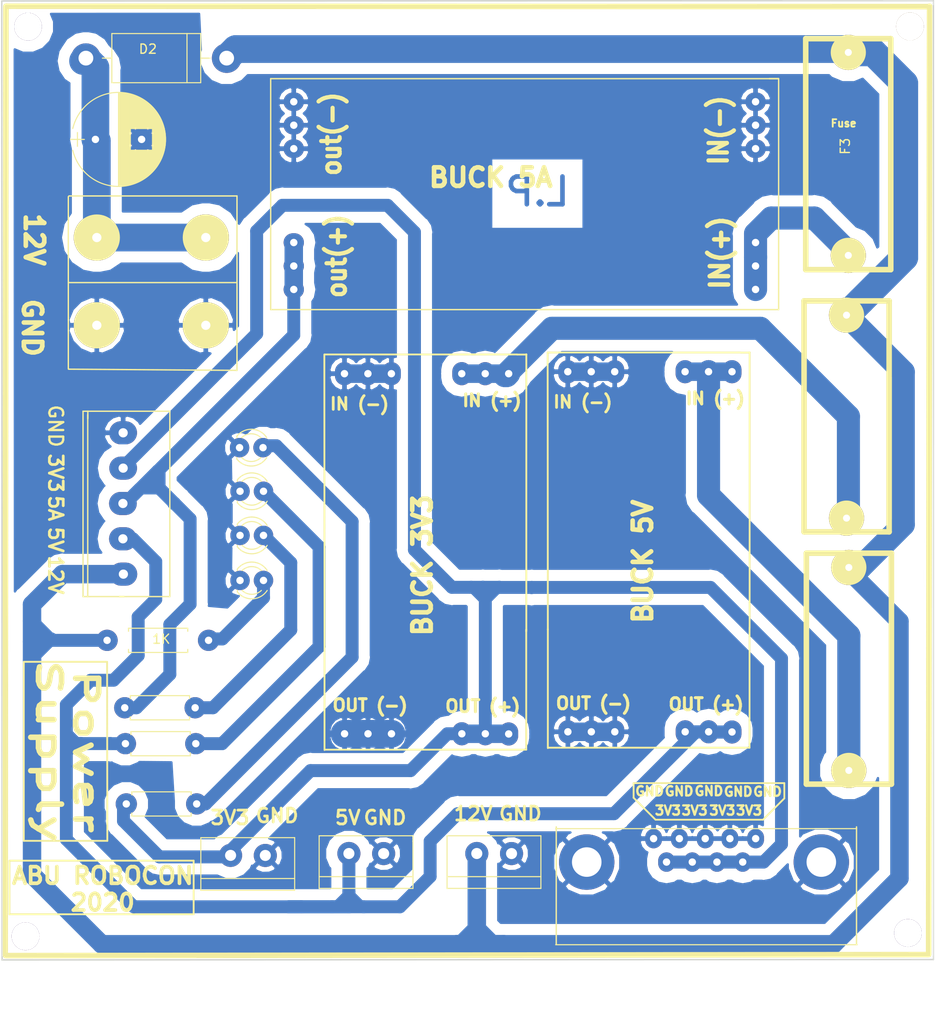
<source format=kicad_pcb>
(kicad_pcb (version 20171130) (host pcbnew "(5.0.2)-1")

  (general
    (thickness 1.6)
    (drawings 51)
    (tracks 198)
    (zones 0)
    (modules 22)
    (nets 14)
  )

  (page A4)
  (layers
    (0 F.Cu signal)
    (31 B.Cu signal)
    (32 B.Adhes user)
    (33 F.Adhes user)
    (34 B.Paste user)
    (35 F.Paste user)
    (36 B.SilkS user)
    (37 F.SilkS user)
    (38 B.Mask user)
    (39 F.Mask user)
    (40 Dwgs.User user)
    (41 Cmts.User user)
    (42 Eco1.User user)
    (43 Eco2.User user)
    (44 Edge.Cuts user)
    (45 Margin user)
    (46 B.CrtYd user)
    (47 F.CrtYd user)
    (48 B.Fab user)
    (49 F.Fab user)
  )

  (setup
    (last_trace_width 1.4)
    (user_trace_width 0.8)
    (user_trace_width 1)
    (user_trace_width 1.2)
    (user_trace_width 1.4)
    (user_trace_width 2)
    (user_trace_width 2.5)
    (user_trace_width 3)
    (user_trace_width 3.5)
    (trace_clearance 0.2)
    (zone_clearance 1.2)
    (zone_45_only no)
    (trace_min 0.2)
    (segment_width 0.2)
    (edge_width 0.15)
    (via_size 0.8)
    (via_drill 0.4)
    (via_min_size 0.4)
    (via_min_drill 0.3)
    (user_via 2.01 2)
    (uvia_size 0.3)
    (uvia_drill 0.1)
    (uvias_allowed no)
    (uvia_min_size 0.2)
    (uvia_min_drill 0.1)
    (pcb_text_width 0.3)
    (pcb_text_size 1.5 1.5)
    (mod_edge_width 0.15)
    (mod_text_size 1 1)
    (mod_text_width 0.15)
    (pad_size 3 3)
    (pad_drill 3)
    (pad_to_mask_clearance 0.051)
    (solder_mask_min_width 0.25)
    (aux_axis_origin 0 0)
    (visible_elements 7FFFFFFF)
    (pcbplotparams
      (layerselection 0x01020_7fffffff)
      (usegerberextensions false)
      (usegerberattributes false)
      (usegerberadvancedattributes false)
      (creategerberjobfile false)
      (excludeedgelayer true)
      (linewidth 0.100000)
      (plotframeref true)
      (viasonmask false)
      (mode 1)
      (useauxorigin false)
      (hpglpennumber 1)
      (hpglpenspeed 20)
      (hpglpendiameter 15.000000)
      (psnegative false)
      (psa4output false)
      (plotreference true)
      (plotvalue true)
      (plotinvisibletext false)
      (padsonsilk false)
      (subtractmaskfromsilk false)
      (outputformat 4)
      (mirror true)
      (drillshape 2)
      (scaleselection 1)
      (outputdirectory "./"))
  )

  (net 0 "")
  (net 1 "Net-(C1-Pad1)")
  (net 2 GND)
  (net 3 /main)
  (net 4 "Net-(D1-Pad2)")
  (net 5 "Net-(F1-Pad2)")
  (net 6 "Net-(F2-Pad2)")
  (net 7 /3V3)
  (net 8 /5V)
  (net 9 /5A)
  (net 10 "Net-(F3-Pad1)")
  (net 11 "Net-(D3-Pad2)")
  (net 12 "Net-(D4-Pad2)")
  (net 13 "Net-(D5-Pad2)")

  (net_class Default "This is the default net class."
    (clearance 0.2)
    (trace_width 0.25)
    (via_dia 0.8)
    (via_drill 0.4)
    (uvia_dia 0.3)
    (uvia_drill 0.1)
    (add_net /3V3)
    (add_net /5A)
    (add_net /5V)
    (add_net /main)
    (add_net GND)
    (add_net "Net-(C1-Pad1)")
    (add_net "Net-(D1-Pad2)")
    (add_net "Net-(D3-Pad2)")
    (add_net "Net-(D4-Pad2)")
    (add_net "Net-(D5-Pad2)")
    (add_net "Net-(F1-Pad2)")
    (add_net "Net-(F2-Pad2)")
    (add_net "Net-(F3-Pad1)")
  )

  (module modFiles:Resistor_small (layer F.Cu) (tedit 5E8F511B) (tstamp 5E143297)
    (at 56.769 87.63)
    (descr "Resistor, Axial_DIN0207 series, Axial, Horizontal, pin pitch=7.62mm, 0.25W = 1/4W, length*diameter=6.3*2.5mm^2, http://cdn-reichelt.de/documents/datenblatt/B400/1_4W%23YAG.pdf")
    (tags "Resistor Axial_DIN0207 series Axial Horizontal pin pitch 7.62mm 0.25W = 1/4W length 6.3mm diameter 2.5mm")
    (path /5DD679D3)
    (fp_text reference R1 (at 3.81 -2.31) (layer F.SilkS) hide
      (effects (font (size 1 1) (thickness 0.15)))
    )
    (fp_text value 1K (at 4.15544 -0.13716) (layer F.SilkS)
      (effects (font (size 1 1) (thickness 0.15)))
    )
    (fp_line (start 0.66 -1.25) (end 0.66 1.25) (layer F.Fab) (width 0.1))
    (fp_line (start 0.66 1.25) (end 6.96 1.25) (layer F.Fab) (width 0.1))
    (fp_line (start 6.96 1.25) (end 6.96 -1.25) (layer F.Fab) (width 0.1))
    (fp_line (start 6.96 -1.25) (end 0.66 -1.25) (layer F.Fab) (width 0.1))
    (fp_line (start 0 0) (end 0.66 0) (layer F.Fab) (width 0.1))
    (fp_line (start 7.62 0) (end 6.96 0) (layer F.Fab) (width 0.1))
    (fp_line (start 0.6 -0.98) (end 0.6 -1.31) (layer F.SilkS) (width 0.12))
    (fp_line (start 0.6 -1.31) (end 7.02 -1.31) (layer F.SilkS) (width 0.12))
    (fp_line (start 7.02 -1.31) (end 7.02 -0.98) (layer F.SilkS) (width 0.12))
    (fp_line (start 0.6 0.98) (end 0.6 1.31) (layer F.SilkS) (width 0.12))
    (fp_line (start 0.6 1.31) (end 7.02 1.31) (layer F.SilkS) (width 0.12))
    (fp_line (start 7.02 1.31) (end 7.02 0.98) (layer F.SilkS) (width 0.12))
    (fp_line (start -1.05 -1.6) (end -1.05 1.6) (layer F.CrtYd) (width 0.05))
    (fp_line (start -1.05 1.6) (end 8.7 1.6) (layer F.CrtYd) (width 0.05))
    (fp_line (start 8.7 1.6) (end 8.7 -1.6) (layer F.CrtYd) (width 0.05))
    (fp_line (start 8.7 -1.6) (end -1.05 -1.6) (layer F.CrtYd) (width 0.05))
    (pad 1 thru_hole circle (at -1.7145 0) (size 2.3 2.3) (drill 0.8) (layers *.Cu *.Mask)
      (net 3 /main))
    (pad 2 thru_hole circle (at 9.271 0) (size 2.3 2.3) (drill 0.8) (layers *.Cu *.Mask)
      (net 4 "Net-(D1-Pad2)"))
    (model _3D/Used/R_Axial_DIN0207_L6.3mm_D2.5mm_P7.62mm_Horizontal.wrl
      (at (xyz 0 0 0))
      (scale (xyz 0.393701 0.393701 0.393701))
      (rotate (xyz 0 0 0))
    )
  )

  (module modFiles:Connector_DB_9 (layer F.Cu) (tedit 5DE533D3) (tstamp 5DDFB486)
    (at 125.27788 109.093 180)
    (descr "Connecteur DB9 femelle couche")
    (tags "CONN DB9")
    (path /5DDFB521)
    (fp_text reference J5 (at 5.46 2.28 180) (layer F.SilkS) hide
      (effects (font (size 1 1) (thickness 0.15)))
    )
    (fp_text value DB9_Female_MountingHoles (at 6.73 -5.08 180) (layer F.Fab)
      (effects (font (size 1 1) (thickness 0.15)))
    )
    (fp_line (start -10.922 -11.43) (end -10.922 1.016) (layer F.Fab) (width 0.15))
    (fp_line (start 21.59 -11.43) (end 21.59 1.016) (layer F.Fab) (width 0.15))
    (fp_line (start -10.922 -11.43) (end -10.922 1.27) (layer F.SilkS) (width 0.15))
    (fp_line (start 21.59 -11.43) (end 21.59 1.016) (layer F.SilkS) (width 0.15))
    (fp_line (start 21.59 1.016) (end 21.59 1.27) (layer F.SilkS) (width 0.15))
    (fp_line (start 12.954 -20.066) (end 12.954 -13.208) (layer F.Fab) (width 0.1))
    (fp_line (start -2.286 -20.066) (end -2.286 -13.208) (layer F.Fab) (width 0.1))
    (fp_line (start -10.922 -13.208) (end -10.922 -11.303) (layer F.Fab) (width 0.1))
    (fp_line (start 21.59 -13.208) (end -10.922 -13.208) (layer F.Fab) (width 0.1))
    (fp_line (start 21.59 -11.303) (end 21.59 -13.208) (layer F.Fab) (width 0.1))
    (fp_line (start -10.944 1.08) (end 21.656 1.08) (layer F.SilkS) (width 0.12))
    (fp_line (start 21.656 -11.486) (end -10.994 -11.486) (layer F.SilkS) (width 0.12))
    (fp_line (start -10.924 1.02) (end 21.586 1.02) (layer F.Fab) (width 0.1))
    (fp_line (start 21.586 -11.426) (end -10.924 -11.426) (layer F.Fab) (width 0.1))
    (fp_line (start -3.814 -11.426) (end -3.814 -3.806) (layer F.Fab) (width 0.1))
    (fp_line (start -3.814 -3.806) (end 14.476 -3.806) (layer F.Fab) (width 0.1))
    (fp_line (start 14.476 -3.806) (end 14.476 -11.426) (layer F.Fab) (width 0.1))
    (fp_line (start -2.284 -20.066) (end 12.956 -20.066) (layer F.Fab) (width 0.1))
    (fp_line (start 22.09 1.27) (end -10.92 1.27) (layer F.CrtYd) (width 0.05))
    (pad 0 thru_hole circle (at 18.29 -2.54 180) (size 6 6) (drill 3.2) (layers *.Cu *.Mask)
      (net 2 GND))
    (pad 0 thru_hole circle (at -7.11 -2.54 180) (size 6 6) (drill 3.2) (layers *.Cu *.Mask)
      (net 2 GND))
    (pad 1 thru_hole oval (at 0 0 180) (size 1.8 2.1) (drill 0.8) (layers *.Cu *.Mask)
      (net 2 GND))
    (pad 2 thru_hole oval (at 2.79 0 180) (size 1.8 2.1) (drill 0.8) (layers *.Cu *.Mask)
      (net 2 GND))
    (pad 3 thru_hole oval (at 5.46 0 180) (size 1.8 2.1) (drill 0.8) (layers *.Cu *.Mask)
      (net 2 GND))
    (pad 4 thru_hole oval (at 8.26 0 180) (size 1.8 2.1) (drill 0.8) (layers *.Cu *.Mask)
      (net 2 GND))
    (pad 5 thru_hole oval (at 11.05 0 180) (size 1.8 2.1) (drill 0.8) (layers *.Cu *.Mask)
      (net 2 GND))
    (pad 6 thru_hole oval (at 1.4 -2.54 180) (size 1.8 2.1) (drill 0.8) (layers *.Cu *.Mask)
      (net 7 /3V3))
    (pad 7 thru_hole oval (at 4.19 -2.54 180) (size 1.8 2.1) (drill 0.8) (layers *.Cu *.Mask)
      (net 7 /3V3))
    (pad 8 thru_hole oval (at 6.86 -2.54 180) (size 1.8 2.1) (drill 0.8) (layers *.Cu *.Mask)
      (net 7 /3V3))
    (pad 9 thru_hole oval (at 9.65 -2.54 180) (size 1.8 2.1) (drill 0.8) (layers *.Cu *.Mask)
      (net 7 /3V3))
    (pad "" thru_hole circle (at -16.49222 -10.21334 180) (size 3 3) (drill 3) (layers *.Cu *.Mask))
    (model _3D/Used/db_9f.wrl
      (offset (xyz 5.5371999168396 8.381999874114991 0))
      (scale (xyz 1 1 1))
      (rotate (xyz 0 0 180))
    )
  )

  (module modFiles:screw_terminal (layer F.Cu) (tedit 5DE533BA) (tstamp 5E025E21)
    (at 70.21576 112.76076)
    (descr "Bornier d'alimentation 2 pins")
    (tags DEV)
    (path /5DD720EC)
    (fp_text reference J7 (at 2.62 -4.92) (layer F.SilkS) hide
      (effects (font (size 1 1) (thickness 0.15)))
    )
    (fp_text value Conn_01x02 (at 2.3 9.4 180) (layer F.Fab) hide
      (effects (font (size 1 1) (thickness 0.15)))
    )
    (fp_line (start 5.31858 2.11532) (end -5.18142 2.11532) (layer F.CrtYd) (width 0.05))
    (fp_line (start 5.31858 2.11532) (end 5.31858 -3.937) (layer F.CrtYd) (width 0.05))
    (fp_line (start -5.18142 -3.937) (end -5.18142 2.11532) (layer F.CrtYd) (width 0.05))
    (fp_line (start -5.18142 -3.937) (end 5.31858 -3.93396) (layer F.CrtYd) (width 0.05))
    (fp_line (start -5.01142 1.92532) (end 5.14858 1.92532) (layer F.SilkS) (width 0.12))
    (fp_line (start -5.01142 -3.7719) (end -5.01142 1.92532) (layer F.SilkS) (width 0.12))
    (fp_line (start 5.14604 -3.7719) (end -5.01396 -3.7719) (layer F.SilkS) (width 0.12))
    (fp_line (start 5.14858 1.92532) (end 5.14858 -3.7719) (layer F.SilkS) (width 0.12))
    (fp_line (start 5.14858 0.65532) (end -5.01142 0.65532) (layer F.SilkS) (width 0.12))
    (fp_line (start 5.06476 -3.66014) (end -4.93524 -3.66014) (layer F.Fab) (width 0.1))
    (fp_line (start 5.06858 1.86532) (end 5.06858 -3.67284) (layer F.Fab) (width 0.1))
    (fp_line (start -4.93142 1.86532) (end 5.06858 1.86532) (layer F.Fab) (width 0.1))
    (fp_line (start -4.93142 -3.67284) (end -4.93142 1.86532) (layer F.Fab) (width 0.1))
    (fp_line (start -4.88142 0.66532) (end 5.01858 0.66532) (layer F.Fab) (width 0.1))
    (pad 2 thru_hole circle (at 1.97104 -1.84404) (size 2.5 2.5) (drill 1.2) (layers *.Cu *.Mask)
      (net 2 GND))
    (pad 1 thru_hole circle (at -1.7907 -1.85166) (size 2.5 2.5) (drill 1.2) (layers *.Cu *.Mask)
      (net 7 /3V3))
    (pad "" thru_hole circle (at -23.99284 6.90118) (size 3 3) (drill 3) (layers *.Cu *.Mask))
  )

  (module modFiles:Diode_Medium (layer F.Cu) (tedit 5DE53358) (tstamp 5DDFD24A)
    (at 68.00088 24.60752 180)
    (descr "D, DO-201AD series, Axial, Horizontal, pin pitch=15.24mm, , length*diameter=9.5*5.2mm^2, , http://www.diodes.com/_files/packages/DO-201AD.pdf")
    (tags "D DO-201AD series Axial Horizontal pin pitch 15.24mm  length 9.5mm diameter 5.2mm")
    (path /5DD9778E)
    (fp_text reference D2 (at 8.52932 0.98552 180) (layer F.SilkS)
      (effects (font (size 1 1) (thickness 0.15)))
    )
    (fp_text value D (at 7.62 3.66 180) (layer F.Fab)
      (effects (font (size 1 1) (thickness 0.15)))
    )
    (fp_line (start 2.87 -2.6) (end 2.87 2.6) (layer F.Fab) (width 0.1))
    (fp_line (start 2.87 2.6) (end 12.37 2.6) (layer F.Fab) (width 0.1))
    (fp_line (start 12.37 2.6) (end 12.37 -2.6) (layer F.Fab) (width 0.1))
    (fp_line (start 12.37 -2.6) (end 2.87 -2.6) (layer F.Fab) (width 0.1))
    (fp_line (start 0 0) (end 2.87 0) (layer F.Fab) (width 0.1))
    (fp_line (start 15.24 0) (end 12.37 0) (layer F.Fab) (width 0.1))
    (fp_line (start 4.295 -2.6) (end 4.295 2.6) (layer F.Fab) (width 0.1))
    (fp_line (start 2.81 -2.66) (end 2.81 2.66) (layer F.SilkS) (width 0.12))
    (fp_line (start 2.81 2.66) (end 12.43 2.66) (layer F.SilkS) (width 0.12))
    (fp_line (start 12.43 2.66) (end 12.43 -2.66) (layer F.SilkS) (width 0.12))
    (fp_line (start 12.43 -2.66) (end 2.81 -2.66) (layer F.SilkS) (width 0.12))
    (fp_line (start 1.78 0) (end 2.81 0) (layer F.SilkS) (width 0.12))
    (fp_line (start 13.46 0) (end 12.43 0) (layer F.SilkS) (width 0.12))
    (fp_line (start 4.295 -2.66) (end 4.295 2.66) (layer F.SilkS) (width 0.12))
    (fp_line (start -1.85 -2.95) (end -1.85 2.95) (layer F.CrtYd) (width 0.05))
    (fp_line (start -1.85 2.95) (end 17.1 2.95) (layer F.CrtYd) (width 0.05))
    (fp_line (start 17.1 2.95) (end 17.1 -2.95) (layer F.CrtYd) (width 0.05))
    (fp_line (start 17.1 -2.95) (end -1.85 -2.95) (layer F.CrtYd) (width 0.05))
    (pad 1 thru_hole circle (at 0 0 180) (size 3.2 3.2) (drill 1.6) (layers *.Cu *.Mask)
      (net 3 /main))
    (pad 2 thru_hole oval (at 15.24 0 180) (size 3.2 3.2) (drill 1.6) (layers *.Cu *.Mask)
      (net 1 "Net-(C1-Pad1)"))
    (pad "" thru_hole circle (at 21.50364 3.40614 180) (size 3 3) (drill 3) (layers *.Cu *.Mask))
    (model _3D/Used/D_DO-15_P10.16mm_Horizontal.wrl
      (at (xyz 0 0 0))
      (scale (xyz 0.6 0.6 0.6))
      (rotate (xyz 0 0 0))
    )
  )

  (module modFiles:Fuse_Holder (layer F.Cu) (tedit 5DE53330) (tstamp 5E143194)
    (at 134.80288 34.78276 270)
    (path /5DD6BB73)
    (fp_text reference F3 (at -0.62992 -0.17272 270) (layer F.SilkS)
      (effects (font (size 1 1) (thickness 0.15)))
    )
    (fp_text value Fuse (at -3.11912 0) (layer F.SilkS)
      (effects (font (size 0.8 0.8) (thickness 0.2)))
    )
    (fp_line (start -12.2809 -5.1054) (end 12.7191 -5.1054) (layer F.SilkS) (width 0.6))
    (fp_line (start 12.7191 -5.1054) (end 12.7191 4.1046) (layer F.SilkS) (width 0.6))
    (fp_line (start 12.7191 4.1046) (end -12.2809 4.1046) (layer F.SilkS) (width 0.6))
    (fp_line (start -12.2809 4.1046) (end -12.2809 -5.1054) (layer F.SilkS) (width 0.6))
    (pad 1 thru_hole circle (at 11.176 -0.508) (size 3.81 3.81) (drill 0.762) (layers *.Cu *.Mask F.SilkS)
      (net 10 "Net-(F3-Pad1)"))
    (pad 2 thru_hole circle (at -10.795 -0.508) (size 3.81 3.81) (drill 0.762) (layers *.Cu *.Mask F.SilkS)
      (net 3 /main))
    (pad "" thru_hole circle (at -13.60932 -7.18566) (size 3 3) (drill 3) (layers *.Cu *.Mask F.SilkS))
    (model _3D/Used/fuse_cq-200c.wrl
      (offset (xyz 0 0.5079999923706054 0))
      (scale (xyz 1 1 1))
      (rotate (xyz 0 0 90))
    )
  )

  (module "modFiles:Buck 5A" (layer F.Cu) (tedit 5DDD4F4A) (tstamp 5E143281)
    (at 127.76708 39.32936 270)
    (path /5DD68FAB)
    (fp_text reference J10 (at 6 -1 270) (layer F.SilkS) hide
      (effects (font (size 1 1) (thickness 0.15)))
    )
    (fp_text value Conn_02x02_Odd_Even (at -6.69036 27.59964) (layer F.Fab)
      (effects (font (size 1 1) (thickness 0.15)))
    )
    (fp_line (start -12.5 0) (end 12.5 0) (layer F.SilkS) (width 0.15))
    (fp_line (start 12.5 0) (end 12.5 55) (layer F.SilkS) (width 0.15))
    (fp_line (start 12.5 55) (end -12.5 55) (layer F.SilkS) (width 0.15))
    (fp_line (start -12.5 55) (end -12.5 0) (layer F.SilkS) (width 0.15))
    (fp_line (start -12.5 0) (end -12.5 1) (layer F.SilkS) (width 0.15))
    (fp_text user "IN(+)" (at 6.34492 6.36524 270) (layer F.SilkS)
      (effects (font (size 2 1.9) (thickness 0.475)))
    )
    (fp_text user "IN(-)" (at -6.9088 6.5024 270) (layer F.SilkS)
      (effects (font (size 2 1.8) (thickness 0.45)))
    )
    (fp_text user "out(+)" (at 6.70814 47.85868 270) (layer F.SilkS)
      (effects (font (size 2 1.8) (thickness 0.45)))
    )
    (fp_text user "out(-)" (at -6.51764 48.43526 90) (layer F.SilkS)
      (effects (font (size 2 1.8) (thickness 0.45)))
    )
    (pad 1 thru_hole oval (at -10 2.5 270) (size 2 2.2) (drill 0.8) (layers *.Cu *.Mask)
      (net 2 GND))
    (pad 1 thru_hole oval (at -7.46 2.5 270) (size 2 2.2) (drill 0.8) (layers *.Cu *.Mask)
      (net 2 GND))
    (pad 1 thru_hole oval (at -4.92 2.5 270) (size 2 2.2) (drill 0.8) (layers *.Cu *.Mask)
      (net 2 GND))
    (pad 2 thru_hole oval (at 5.24 2.5 270) (size 2 2.2) (drill 0.8) (layers *.Cu *.Mask)
      (net 10 "Net-(F3-Pad1)"))
    (pad 2 thru_hole oval (at 7.78 2.5 270) (size 2 2.2) (drill 0.8) (layers *.Cu *.Mask)
      (net 10 "Net-(F3-Pad1)"))
    (pad 2 thru_hole oval (at 10.32 2.5 270) (size 2 2.2) (drill 0.8) (layers *.Cu *.Mask)
      (net 10 "Net-(F3-Pad1)"))
    (pad 4 thru_hole oval (at -10 52.5 270) (size 2 2.2) (drill 0.8) (layers *.Cu *.Mask)
      (net 2 GND))
    (pad 3 thru_hole oval (at 5.24 52.5 270) (size 2 2.2) (drill 0.8) (layers *.Cu *.Mask)
      (net 9 /5A))
    (pad 3 thru_hole oval (at 10.32 52.5 270) (size 2 2.2) (drill 0.8) (layers *.Cu *.Mask)
      (net 9 /5A))
    (pad 4 thru_hole oval (at -4.92 52.5 270) (size 2 2.2) (drill 0.8) (layers *.Cu *.Mask)
      (net 2 GND))
    (pad 3 thru_hole oval (at 7.78 52.5 270) (size 2 2.2) (drill 0.8) (layers *.Cu *.Mask)
      (net 9 /5A))
    (pad 4 thru_hole oval (at -7.46 52.5 270) (size 2 2.2) (drill 0.8) (layers *.Cu *.Mask)
      (net 2 GND))
  )

  (module modFiles:Buck_Regulator (layer F.Cu) (tedit 5DDE3B94) (tstamp 5E14323E)
    (at 122.71756 58.55208 270)
    (descr "Through hole straight pin header, 1x16, 2.54mm pitch, single row")
    (tags "Through hole pin header THT 1x16 2.54mm single row")
    (path /5DD6BAFF)
    (fp_text reference J8 (at -1.94564 9.12368 270) (layer F.SilkS) hide
      (effects (font (size 1 1) (thickness 0.15)))
    )
    (fp_text value Conn_02x02_Odd_Even (at 3.1 -3.425 270) (layer F.Fab)
      (effects (font (size 1 1) (thickness 0.15)))
    )
    (fp_line (start -2.08 -0.9) (end -2.08 19.9) (layer F.SilkS) (width 0.2))
    (fp_line (start -2.07 -0.93) (end -2.07 -1.92) (layer F.SilkS) (width 0.2))
    (fp_line (start -2.1 -1.91) (end 27.74 -1.91) (layer F.SilkS) (width 0.2))
    (fp_line (start -2.08 19.96) (end 27.91 19.94) (layer F.SilkS) (width 0.2))
    (fp_line (start 27.7 -1.9) (end 27.9 -1.9) (layer F.SilkS) (width 0.2))
    (fp_line (start 40.7 -1.9) (end 40.7 19.9) (layer F.SilkS) (width 0.2))
    (fp_line (start 27.8 -1.9) (end 40.7 -1.9) (layer F.SilkS) (width 0.2))
    (fp_line (start 27.87 19.94) (end 40.74 19.94) (layer F.SilkS) (width 0.2))
    (fp_text user "IN (+)" (at 2.9 1.8) (layer F.SilkS)
      (effects (font (size 1.3 1.3) (thickness 0.325)))
    )
    (fp_text user "IN (-)" (at 3.275 16.15) (layer F.SilkS)
      (effects (font (size 1.3 1.3) (thickness 0.3)))
    )
    (fp_text user "OUT (+)" (at 36 2.8) (layer F.SilkS)
      (effects (font (size 1.3 1.3) (thickness 0.325)))
    )
    (fp_text user "OUT (-)" (at 35.9 15) (layer F.SilkS)
      (effects (font (size 1.3 1.3) (thickness 0.325)))
    )
    (pad 3 thru_hole oval (at 38.98 17.77 270) (size 2.5 2.05) (drill 0.8) (layers *.Cu *.Mask)
      (net 2 GND))
    (pad 3 thru_hole oval (at 38.98 15.23 270) (size 2.5 2.05) (drill 0.8) (layers *.Cu *.Mask)
      (net 2 GND))
    (pad 3 thru_hole oval (at 38.98 12.69 270) (size 2.5 2.05) (drill 0.8) (layers *.Cu *.Mask)
      (net 2 GND))
    (pad 4 thru_hole oval (at 38.98 5.07 270) (size 2.5 2.05) (drill 0.8) (layers *.Cu *.Mask)
      (net 8 /5V))
    (pad 4 thru_hole oval (at 38.98 2.53 270) (size 2.5 2.05) (drill 0.8) (layers *.Cu *.Mask)
      (net 8 /5V))
    (pad 4 thru_hole oval (at 39 0 270) (size 2.5 2.05) (drill 0.8) (layers *.Cu *.Mask)
      (net 8 /5V))
    (pad 2 thru_hole oval (at 0 17.78 270) (size 2.5 2.05) (drill 0.8) (layers *.Cu *.Mask)
      (net 2 GND))
    (pad 2 thru_hole oval (at 0 15.24 270) (size 2.5 2.05) (drill 0.8) (layers *.Cu *.Mask)
      (net 2 GND))
    (pad 2 thru_hole oval (at 0 12.7 270) (size 2.5 2.05) (drill 0.8) (layers *.Cu *.Mask)
      (net 2 GND))
    (pad 1 thru_hole oval (at 0 5.08 270) (size 2.5 2.05) (drill 0.8) (layers *.Cu *.Mask)
      (net 6 "Net-(F2-Pad2)"))
    (pad 1 thru_hole oval (at 0 2.54 270) (size 2.5 2.05) (drill 0.8) (layers *.Cu *.Mask)
      (net 6 "Net-(F2-Pad2)"))
    (pad 1 thru_hole oval (at 0 0 270) (size 2.5 2.05) (drill 0.8) (layers *.Cu *.Mask)
      (net 6 "Net-(F2-Pad2)"))
    (model ${KISYS3DMOD}/Connector_PinHeader_2.54mm.3dshapes/PinHeader_1x03_P2.54mm_Vertical.step
      (offset (xyz 0 -13 0))
      (scale (xyz 1 1 1))
      (rotate (xyz 0 0 0))
    )
    (model ${KISYS3DMOD}/Connector_PinHeader_2.54mm.3dshapes/PinHeader_1x03_P2.54mm_Vertical.wrl
      (offset (xyz 39 -13 0))
      (scale (xyz 1 1 1))
      (rotate (xyz 0 0 0))
    )
    (model ${KISYS3DMOD}/Connector_PinHeader_2.54mm.3dshapes/PinHeader_1x03_P2.54mm_Vertical.step
      (offset (xyz 39 0 0))
      (scale (xyz 1 1 1))
      (rotate (xyz 0 0 0))
    )
    (model ${KISYS3DMOD}/Connector_PinHeader_2.54mm.3dshapes/PinHeader_1x03_P2.54mm_Vertical.wrl
      (at (xyz 0 0 0))
      (scale (xyz 1 1 1))
      (rotate (xyz 0 0 0))
    )
  )

  (module modFiles:Buck_Regulator (layer F.Cu) (tedit 5DDD53E3) (tstamp 5E1431C1)
    (at 98.53676 58.76544 270)
    (descr "Through hole straight pin header, 1x16, 2.54mm pitch, single row")
    (tags "Through hole pin header THT 1x16 2.54mm single row")
    (path /5DD68FE9)
    (fp_text reference J2 (at -3.86588 7.37108 270) (layer F.SilkS) hide
      (effects (font (size 1 1) (thickness 0.15)))
    )
    (fp_text value Conn_02x02_Odd_Even (at 3.1 -3.425 270) (layer F.Fab)
      (effects (font (size 1 1) (thickness 0.15)))
    )
    (fp_text user "OUT (-)" (at 35.9 15) (layer F.SilkS)
      (effects (font (size 1.3 1.3) (thickness 0.325)))
    )
    (fp_text user "OUT (+)" (at 36 2.8) (layer F.SilkS)
      (effects (font (size 1.3 1.3) (thickness 0.325)))
    )
    (fp_text user "IN (-)" (at 3.275 16.15) (layer F.SilkS)
      (effects (font (size 1.3 1.3) (thickness 0.3)))
    )
    (fp_text user "IN (+)" (at 2.9 1.8) (layer F.SilkS)
      (effects (font (size 1.3 1.3) (thickness 0.325)))
    )
    (fp_line (start 27.87 19.94) (end 40.74 19.94) (layer F.SilkS) (width 0.2))
    (fp_line (start 27.8 -1.9) (end 40.7 -1.9) (layer F.SilkS) (width 0.2))
    (fp_line (start 40.7 -1.9) (end 40.7 19.9) (layer F.SilkS) (width 0.2))
    (fp_line (start 27.7 -1.9) (end 27.9 -1.9) (layer F.SilkS) (width 0.2))
    (fp_line (start -2.08 19.96) (end 27.91 19.94) (layer F.SilkS) (width 0.2))
    (fp_line (start -2.1 -1.91) (end 27.74 -1.91) (layer F.SilkS) (width 0.2))
    (fp_line (start -2.07 -0.93) (end -2.07 -1.92) (layer F.SilkS) (width 0.2))
    (fp_line (start -2.08 -0.9) (end -2.08 19.9) (layer F.SilkS) (width 0.2))
    (pad 1 thru_hole oval (at 0 0 270) (size 2.5 2.05) (drill 0.8) (layers *.Cu *.Mask)
      (net 5 "Net-(F1-Pad2)"))
    (pad 1 thru_hole oval (at 0 2.54 270) (size 2.5 2.05) (drill 0.8) (layers *.Cu *.Mask)
      (net 5 "Net-(F1-Pad2)"))
    (pad 1 thru_hole oval (at 0 5.08 270) (size 2.5 2.05) (drill 0.8) (layers *.Cu *.Mask)
      (net 5 "Net-(F1-Pad2)"))
    (pad 2 thru_hole oval (at 0 12.7 270) (size 2.5 2.05) (drill 0.8) (layers *.Cu *.Mask)
      (net 2 GND))
    (pad 2 thru_hole oval (at 0 15.24 270) (size 2.5 2.05) (drill 0.8) (layers *.Cu *.Mask)
      (net 2 GND))
    (pad 2 thru_hole oval (at 0 17.78 270) (size 2.5 2.05) (drill 0.8) (layers *.Cu *.Mask)
      (net 2 GND))
    (pad 4 thru_hole oval (at 39 0 270) (size 2.5 2.05) (drill 0.8) (layers *.Cu *.Mask)
      (net 7 /3V3))
    (pad 4 thru_hole oval (at 38.98 2.53 270) (size 2.5 2.05) (drill 0.8) (layers *.Cu *.Mask)
      (net 7 /3V3))
    (pad 4 thru_hole oval (at 38.98 5.07 270) (size 2.5 2.05) (drill 0.8) (layers *.Cu *.Mask)
      (net 7 /3V3))
    (pad 3 thru_hole oval (at 38.98 12.69 270) (size 2.5 2.05) (drill 0.8) (layers *.Cu *.Mask)
      (net 2 GND))
    (pad 3 thru_hole oval (at 38.98 15.23 270) (size 2.5 2.05) (drill 0.8) (layers *.Cu *.Mask)
      (net 2 GND))
    (pad 3 thru_hole oval (at 38.98 17.77 270) (size 2.5 2.05) (drill 0.8) (layers *.Cu *.Mask)
      (net 2 GND))
    (model ${KISYS3DMOD}/Connector_PinHeader_2.54mm.3dshapes/PinHeader_1x03_P2.54mm_Vertical.step
      (offset (xyz 0 -13 0))
      (scale (xyz 1 1 1))
      (rotate (xyz 0 0 0))
    )
    (model ${KISYS3DMOD}/Connector_PinHeader_2.54mm.3dshapes/PinHeader_1x03_P2.54mm_Vertical.wrl
      (offset (xyz 39 -13 0))
      (scale (xyz 1 1 1))
      (rotate (xyz 0 0 0))
    )
    (model ${KISYS3DMOD}/Connector_PinHeader_2.54mm.3dshapes/PinHeader_1x03_P2.54mm_Vertical.step
      (offset (xyz 39 0 0))
      (scale (xyz 1 1 1))
      (rotate (xyz 0 0 0))
    )
    (model ${KISYS3DMOD}/Connector_PinHeader_2.54mm.3dshapes/PinHeader_1x03_P2.54mm_Vertical.wrl
      (at (xyz 0 0 0))
      (scale (xyz 1 1 1))
      (rotate (xyz 0 0 0))
    )
  )

  (module modFiles:screw_terminal (layer F.Cu) (tedit 5DDD4D4F) (tstamp 5E025E0E)
    (at 83.02752 112.55756)
    (descr "Bornier d'alimentation 2 pins")
    (tags DEV)
    (path /5DD720B0)
    (fp_text reference J6 (at 2.62 -4.92) (layer F.SilkS) hide
      (effects (font (size 1 1) (thickness 0.15)))
    )
    (fp_text value Conn_01x02 (at 2.3 9.4 180) (layer F.Fab)
      (effects (font (size 1 1) (thickness 0.15)))
    )
    (fp_line (start -4.88142 0.66532) (end 5.01858 0.66532) (layer F.Fab) (width 0.1))
    (fp_line (start -4.93142 -3.67284) (end -4.93142 1.86532) (layer F.Fab) (width 0.1))
    (fp_line (start -4.93142 1.86532) (end 5.06858 1.86532) (layer F.Fab) (width 0.1))
    (fp_line (start 5.06858 1.86532) (end 5.06858 -3.67284) (layer F.Fab) (width 0.1))
    (fp_line (start 5.06476 -3.66014) (end -4.93524 -3.66014) (layer F.Fab) (width 0.1))
    (fp_line (start 5.14858 0.65532) (end -5.01142 0.65532) (layer F.SilkS) (width 0.12))
    (fp_line (start 5.14858 1.92532) (end 5.14858 -3.7719) (layer F.SilkS) (width 0.12))
    (fp_line (start 5.14604 -3.7719) (end -5.01396 -3.7719) (layer F.SilkS) (width 0.12))
    (fp_line (start -5.01142 -3.7719) (end -5.01142 1.92532) (layer F.SilkS) (width 0.12))
    (fp_line (start -5.01142 1.92532) (end 5.14858 1.92532) (layer F.SilkS) (width 0.12))
    (fp_line (start -5.18142 -3.937) (end 5.31858 -3.93396) (layer F.CrtYd) (width 0.05))
    (fp_line (start -5.18142 -3.937) (end -5.18142 2.11532) (layer F.CrtYd) (width 0.05))
    (fp_line (start 5.31858 2.11532) (end 5.31858 -3.937) (layer F.CrtYd) (width 0.05))
    (fp_line (start 5.31858 2.11532) (end -5.18142 2.11532) (layer F.CrtYd) (width 0.05))
    (pad 1 thru_hole circle (at -1.7907 -1.85166) (size 2.5 2.5) (drill 1.2) (layers *.Cu *.Mask)
      (net 8 /5V))
    (pad 2 thru_hole circle (at 1.97104 -1.84404) (size 2.5 2.5) (drill 1.2) (layers *.Cu *.Mask)
      (net 2 GND))
  )

  (module modFiles:Capacitor_1000uF (layer F.Cu) (tedit 5DE3F30E) (tstamp 5E143039)
    (at 53.79212 33.40608)
    (descr "CP, Radial series, Radial, pin pitch=5.00mm, , diameter=10mm, Electrolytic Capacitor")
    (tags "CP Radial series Radial pin pitch 5.00mm  diameter 10mm Electrolytic Capacitor")
    (path /5DD67310)
    (fp_text reference C1 (at 9.398 -0.2794) (layer F.SilkS) hide
      (effects (font (size 1 1) (thickness 0.15)))
    )
    (fp_text value CP1 (at 2.5 6.06) (layer F.Fab) hide
      (effects (font (size 1 1) (thickness 0.15)))
    )
    (fp_arc (start 2.5 0) (end -2.451333 -1.18) (angle 153.2) (layer F.SilkS) (width 0.12))
    (fp_arc (start 2.5 0) (end -2.451333 1.18) (angle -153.2) (layer F.SilkS) (width 0.12))
    (fp_arc (start 2.5 0) (end 7.451333 -1.18) (angle 26.8) (layer F.SilkS) (width 0.12))
    (fp_circle (center 2.5 0) (end 7.5 0) (layer F.Fab) (width 0.1))
    (fp_line (start -2.7 0) (end -1.2 0) (layer F.Fab) (width 0.1))
    (fp_line (start -1.95 -0.75) (end -1.95 0.75) (layer F.Fab) (width 0.1))
    (fp_line (start 2.5 -5.05) (end 2.5 5.05) (layer F.SilkS) (width 0.12))
    (fp_line (start 2.54 -5.05) (end 2.54 5.05) (layer F.SilkS) (width 0.12))
    (fp_line (start 2.58 -5.05) (end 2.58 5.05) (layer F.SilkS) (width 0.12))
    (fp_line (start 2.62 -5.049) (end 2.62 5.049) (layer F.SilkS) (width 0.12))
    (fp_line (start 2.66 -5.048) (end 2.66 5.048) (layer F.SilkS) (width 0.12))
    (fp_line (start 2.7 -5.047) (end 2.7 5.047) (layer F.SilkS) (width 0.12))
    (fp_line (start 2.74 -5.045) (end 2.74 5.045) (layer F.SilkS) (width 0.12))
    (fp_line (start 2.78 -5.043) (end 2.78 5.043) (layer F.SilkS) (width 0.12))
    (fp_line (start 2.82 -5.04) (end 2.82 5.04) (layer F.SilkS) (width 0.12))
    (fp_line (start 2.86 -5.038) (end 2.86 5.038) (layer F.SilkS) (width 0.12))
    (fp_line (start 2.9 -5.035) (end 2.9 5.035) (layer F.SilkS) (width 0.12))
    (fp_line (start 2.94 -5.031) (end 2.94 5.031) (layer F.SilkS) (width 0.12))
    (fp_line (start 2.98 -5.028) (end 2.98 5.028) (layer F.SilkS) (width 0.12))
    (fp_line (start 3.02 -5.024) (end 3.02 5.024) (layer F.SilkS) (width 0.12))
    (fp_line (start 3.06 -5.02) (end 3.06 5.02) (layer F.SilkS) (width 0.12))
    (fp_line (start 3.1 -5.015) (end 3.1 5.015) (layer F.SilkS) (width 0.12))
    (fp_line (start 3.14 -5.01) (end 3.14 5.01) (layer F.SilkS) (width 0.12))
    (fp_line (start 3.18 -5.005) (end 3.18 5.005) (layer F.SilkS) (width 0.12))
    (fp_line (start 3.221 -4.999) (end 3.221 4.999) (layer F.SilkS) (width 0.12))
    (fp_line (start 3.261 -4.993) (end 3.261 4.993) (layer F.SilkS) (width 0.12))
    (fp_line (start 3.301 -4.987) (end 3.301 4.987) (layer F.SilkS) (width 0.12))
    (fp_line (start 3.341 -4.981) (end 3.341 4.981) (layer F.SilkS) (width 0.12))
    (fp_line (start 3.381 -4.974) (end 3.381 4.974) (layer F.SilkS) (width 0.12))
    (fp_line (start 3.421 -4.967) (end 3.421 4.967) (layer F.SilkS) (width 0.12))
    (fp_line (start 3.461 -4.959) (end 3.461 4.959) (layer F.SilkS) (width 0.12))
    (fp_line (start 3.501 -4.951) (end 3.501 4.951) (layer F.SilkS) (width 0.12))
    (fp_line (start 3.541 -4.943) (end 3.541 4.943) (layer F.SilkS) (width 0.12))
    (fp_line (start 3.581 -4.935) (end 3.581 4.935) (layer F.SilkS) (width 0.12))
    (fp_line (start 3.621 -4.926) (end 3.621 4.926) (layer F.SilkS) (width 0.12))
    (fp_line (start 3.661 -4.917) (end 3.661 4.917) (layer F.SilkS) (width 0.12))
    (fp_line (start 3.701 -4.907) (end 3.701 4.907) (layer F.SilkS) (width 0.12))
    (fp_line (start 3.741 -4.897) (end 3.741 4.897) (layer F.SilkS) (width 0.12))
    (fp_line (start 3.781 -4.887) (end 3.781 4.887) (layer F.SilkS) (width 0.12))
    (fp_line (start 3.821 -4.876) (end 3.821 -1.181) (layer F.SilkS) (width 0.12))
    (fp_line (start 3.821 1.181) (end 3.821 4.876) (layer F.SilkS) (width 0.12))
    (fp_line (start 3.861 -4.865) (end 3.861 -1.181) (layer F.SilkS) (width 0.12))
    (fp_line (start 3.861 1.181) (end 3.861 4.865) (layer F.SilkS) (width 0.12))
    (fp_line (start 3.901 -4.854) (end 3.901 -1.181) (layer F.SilkS) (width 0.12))
    (fp_line (start 3.901 1.181) (end 3.901 4.854) (layer F.SilkS) (width 0.12))
    (fp_line (start 3.941 -4.843) (end 3.941 -1.181) (layer F.SilkS) (width 0.12))
    (fp_line (start 3.941 1.181) (end 3.941 4.843) (layer F.SilkS) (width 0.12))
    (fp_line (start 3.981 -4.831) (end 3.981 -1.181) (layer F.SilkS) (width 0.12))
    (fp_line (start 3.981 1.181) (end 3.981 4.831) (layer F.SilkS) (width 0.12))
    (fp_line (start 4.021 -4.818) (end 4.021 -1.181) (layer F.SilkS) (width 0.12))
    (fp_line (start 4.021 1.181) (end 4.021 4.818) (layer F.SilkS) (width 0.12))
    (fp_line (start 4.061 -4.806) (end 4.061 -1.181) (layer F.SilkS) (width 0.12))
    (fp_line (start 4.061 1.181) (end 4.061 4.806) (layer F.SilkS) (width 0.12))
    (fp_line (start 4.101 -4.792) (end 4.101 -1.181) (layer F.SilkS) (width 0.12))
    (fp_line (start 4.101 1.181) (end 4.101 4.792) (layer F.SilkS) (width 0.12))
    (fp_line (start 4.141 -4.779) (end 4.141 -1.181) (layer F.SilkS) (width 0.12))
    (fp_line (start 4.141 1.181) (end 4.141 4.779) (layer F.SilkS) (width 0.12))
    (fp_line (start 4.181 -4.765) (end 4.181 -1.181) (layer F.SilkS) (width 0.12))
    (fp_line (start 4.181 1.181) (end 4.181 4.765) (layer F.SilkS) (width 0.12))
    (fp_line (start 4.221 -4.751) (end 4.221 -1.181) (layer F.SilkS) (width 0.12))
    (fp_line (start 4.221 1.181) (end 4.221 4.751) (layer F.SilkS) (width 0.12))
    (fp_line (start 4.261 -4.737) (end 4.261 -1.181) (layer F.SilkS) (width 0.12))
    (fp_line (start 4.261 1.181) (end 4.261 4.737) (layer F.SilkS) (width 0.12))
    (fp_line (start 4.301 -4.722) (end 4.301 -1.181) (layer F.SilkS) (width 0.12))
    (fp_line (start 4.301 1.181) (end 4.301 4.722) (layer F.SilkS) (width 0.12))
    (fp_line (start 4.341 -4.706) (end 4.341 -1.181) (layer F.SilkS) (width 0.12))
    (fp_line (start 4.341 1.181) (end 4.341 4.706) (layer F.SilkS) (width 0.12))
    (fp_line (start 4.381 -4.691) (end 4.381 -1.181) (layer F.SilkS) (width 0.12))
    (fp_line (start 4.381 1.181) (end 4.381 4.691) (layer F.SilkS) (width 0.12))
    (fp_line (start 4.421 -4.674) (end 4.421 -1.181) (layer F.SilkS) (width 0.12))
    (fp_line (start 4.421 1.181) (end 4.421 4.674) (layer F.SilkS) (width 0.12))
    (fp_line (start 4.461 -4.658) (end 4.461 -1.181) (layer F.SilkS) (width 0.12))
    (fp_line (start 4.461 1.181) (end 4.461 4.658) (layer F.SilkS) (width 0.12))
    (fp_line (start 4.501 -4.641) (end 4.501 -1.181) (layer F.SilkS) (width 0.12))
    (fp_line (start 4.501 1.181) (end 4.501 4.641) (layer F.SilkS) (width 0.12))
    (fp_line (start 4.541 -4.624) (end 4.541 -1.181) (layer F.SilkS) (width 0.12))
    (fp_line (start 4.541 1.181) (end 4.541 4.624) (layer F.SilkS) (width 0.12))
    (fp_line (start 4.581 -4.606) (end 4.581 -1.181) (layer F.SilkS) (width 0.12))
    (fp_line (start 4.581 1.181) (end 4.581 4.606) (layer F.SilkS) (width 0.12))
    (fp_line (start 4.621 -4.588) (end 4.621 -1.181) (layer F.SilkS) (width 0.12))
    (fp_line (start 4.621 1.181) (end 4.621 4.588) (layer F.SilkS) (width 0.12))
    (fp_line (start 4.661 -4.569) (end 4.661 -1.181) (layer F.SilkS) (width 0.12))
    (fp_line (start 4.661 1.181) (end 4.661 4.569) (layer F.SilkS) (width 0.12))
    (fp_line (start 4.701 -4.55) (end 4.701 -1.181) (layer F.SilkS) (width 0.12))
    (fp_line (start 4.701 1.181) (end 4.701 4.55) (layer F.SilkS) (width 0.12))
    (fp_line (start 4.741 -4.531) (end 4.741 -1.181) (layer F.SilkS) (width 0.12))
    (fp_line (start 4.741 1.181) (end 4.741 4.531) (layer F.SilkS) (width 0.12))
    (fp_line (start 4.781 -4.511) (end 4.781 -1.181) (layer F.SilkS) (width 0.12))
    (fp_line (start 4.781 1.181) (end 4.781 4.511) (layer F.SilkS) (width 0.12))
    (fp_line (start 4.821 -4.491) (end 4.821 -1.181) (layer F.SilkS) (width 0.12))
    (fp_line (start 4.821 1.181) (end 4.821 4.491) (layer F.SilkS) (width 0.12))
    (fp_line (start 4.861 -4.47) (end 4.861 -1.181) (layer F.SilkS) (width 0.12))
    (fp_line (start 4.861 1.181) (end 4.861 4.47) (layer F.SilkS) (width 0.12))
    (fp_line (start 4.901 -4.449) (end 4.901 -1.181) (layer F.SilkS) (width 0.12))
    (fp_line (start 4.901 1.181) (end 4.901 4.449) (layer F.SilkS) (width 0.12))
    (fp_line (start 4.941 -4.428) (end 4.941 -1.181) (layer F.SilkS) (width 0.12))
    (fp_line (start 4.941 1.181) (end 4.941 4.428) (layer F.SilkS) (width 0.12))
    (fp_line (start 4.981 -4.405) (end 4.981 -1.181) (layer F.SilkS) (width 0.12))
    (fp_line (start 4.981 1.181) (end 4.981 4.405) (layer F.SilkS) (width 0.12))
    (fp_line (start 5.021 -4.383) (end 5.021 -1.181) (layer F.SilkS) (width 0.12))
    (fp_line (start 5.021 1.181) (end 5.021 4.383) (layer F.SilkS) (width 0.12))
    (fp_line (start 5.061 -4.36) (end 5.061 -1.181) (layer F.SilkS) (width 0.12))
    (fp_line (start 5.061 1.181) (end 5.061 4.36) (layer F.SilkS) (width 0.12))
    (fp_line (start 5.101 -4.336) (end 5.101 -1.181) (layer F.SilkS) (width 0.12))
    (fp_line (start 5.101 1.181) (end 5.101 4.336) (layer F.SilkS) (width 0.12))
    (fp_line (start 5.141 -4.312) (end 5.141 -1.181) (layer F.SilkS) (width 0.12))
    (fp_line (start 5.141 1.181) (end 5.141 4.312) (layer F.SilkS) (width 0.12))
    (fp_line (start 5.181 -4.288) (end 5.181 -1.181) (layer F.SilkS) (width 0.12))
    (fp_line (start 5.181 1.181) (end 5.181 4.288) (layer F.SilkS) (width 0.12))
    (fp_line (start 5.221 -4.263) (end 5.221 -1.181) (layer F.SilkS) (width 0.12))
    (fp_line (start 5.221 1.181) (end 5.221 4.263) (layer F.SilkS) (width 0.12))
    (fp_line (start 5.261 -4.237) (end 5.261 -1.181) (layer F.SilkS) (width 0.12))
    (fp_line (start 5.261 1.181) (end 5.261 4.237) (layer F.SilkS) (width 0.12))
    (fp_line (start 5.301 -4.211) (end 5.301 -1.181) (layer F.SilkS) (width 0.12))
    (fp_line (start 5.301 1.181) (end 5.301 4.211) (layer F.SilkS) (width 0.12))
    (fp_line (start 5.341 -4.185) (end 5.341 -1.181) (layer F.SilkS) (width 0.12))
    (fp_line (start 5.341 1.181) (end 5.341 4.185) (layer F.SilkS) (width 0.12))
    (fp_line (start 5.381 -4.157) (end 5.381 -1.181) (layer F.SilkS) (width 0.12))
    (fp_line (start 5.381 1.181) (end 5.381 4.157) (layer F.SilkS) (width 0.12))
    (fp_line (start 5.421 -4.13) (end 5.421 -1.181) (layer F.SilkS) (width 0.12))
    (fp_line (start 5.421 1.181) (end 5.421 4.13) (layer F.SilkS) (width 0.12))
    (fp_line (start 5.461 -4.101) (end 5.461 -1.181) (layer F.SilkS) (width 0.12))
    (fp_line (start 5.461 1.181) (end 5.461 4.101) (layer F.SilkS) (width 0.12))
    (fp_line (start 5.501 -4.072) (end 5.501 -1.181) (layer F.SilkS) (width 0.12))
    (fp_line (start 5.501 1.181) (end 5.501 4.072) (layer F.SilkS) (width 0.12))
    (fp_line (start 5.541 -4.043) (end 5.541 -1.181) (layer F.SilkS) (width 0.12))
    (fp_line (start 5.541 1.181) (end 5.541 4.043) (layer F.SilkS) (width 0.12))
    (fp_line (start 5.581 -4.013) (end 5.581 -1.181) (layer F.SilkS) (width 0.12))
    (fp_line (start 5.581 1.181) (end 5.581 4.013) (layer F.SilkS) (width 0.12))
    (fp_line (start 5.621 -3.982) (end 5.621 -1.181) (layer F.SilkS) (width 0.12))
    (fp_line (start 5.621 1.181) (end 5.621 3.982) (layer F.SilkS) (width 0.12))
    (fp_line (start 5.661 -3.951) (end 5.661 -1.181) (layer F.SilkS) (width 0.12))
    (fp_line (start 5.661 1.181) (end 5.661 3.951) (layer F.SilkS) (width 0.12))
    (fp_line (start 5.701 -3.919) (end 5.701 -1.181) (layer F.SilkS) (width 0.12))
    (fp_line (start 5.701 1.181) (end 5.701 3.919) (layer F.SilkS) (width 0.12))
    (fp_line (start 5.741 -3.886) (end 5.741 -1.181) (layer F.SilkS) (width 0.12))
    (fp_line (start 5.741 1.181) (end 5.741 3.886) (layer F.SilkS) (width 0.12))
    (fp_line (start 5.781 -3.853) (end 5.781 -1.181) (layer F.SilkS) (width 0.12))
    (fp_line (start 5.781 1.181) (end 5.781 3.853) (layer F.SilkS) (width 0.12))
    (fp_line (start 5.821 -3.819) (end 5.821 -1.181) (layer F.SilkS) (width 0.12))
    (fp_line (start 5.821 1.181) (end 5.821 3.819) (layer F.SilkS) (width 0.12))
    (fp_line (start 5.861 -3.784) (end 5.861 -1.181) (layer F.SilkS) (width 0.12))
    (fp_line (start 5.861 1.181) (end 5.861 3.784) (layer F.SilkS) (width 0.12))
    (fp_line (start 5.901 -3.748) (end 5.901 -1.181) (layer F.SilkS) (width 0.12))
    (fp_line (start 5.901 1.181) (end 5.901 3.748) (layer F.SilkS) (width 0.12))
    (fp_line (start 5.941 -3.712) (end 5.941 -1.181) (layer F.SilkS) (width 0.12))
    (fp_line (start 5.941 1.181) (end 5.941 3.712) (layer F.SilkS) (width 0.12))
    (fp_line (start 5.981 -3.675) (end 5.981 -1.181) (layer F.SilkS) (width 0.12))
    (fp_line (start 5.981 1.181) (end 5.981 3.675) (layer F.SilkS) (width 0.12))
    (fp_line (start 6.021 -3.637) (end 6.021 -1.181) (layer F.SilkS) (width 0.12))
    (fp_line (start 6.021 1.181) (end 6.021 3.637) (layer F.SilkS) (width 0.12))
    (fp_line (start 6.061 -3.598) (end 6.061 -1.181) (layer F.SilkS) (width 0.12))
    (fp_line (start 6.061 1.181) (end 6.061 3.598) (layer F.SilkS) (width 0.12))
    (fp_line (start 6.101 -3.559) (end 6.101 -1.181) (layer F.SilkS) (width 0.12))
    (fp_line (start 6.101 1.181) (end 6.101 3.559) (layer F.SilkS) (width 0.12))
    (fp_line (start 6.141 -3.518) (end 6.141 -1.181) (layer F.SilkS) (width 0.12))
    (fp_line (start 6.141 1.181) (end 6.141 3.518) (layer F.SilkS) (width 0.12))
    (fp_line (start 6.181 -3.477) (end 6.181 3.477) (layer F.SilkS) (width 0.12))
    (fp_line (start 6.221 -3.435) (end 6.221 3.435) (layer F.SilkS) (width 0.12))
    (fp_line (start 6.261 -3.391) (end 6.261 3.391) (layer F.SilkS) (width 0.12))
    (fp_line (start 6.301 -3.347) (end 6.301 3.347) (layer F.SilkS) (width 0.12))
    (fp_line (start 6.341 -3.302) (end 6.341 3.302) (layer F.SilkS) (width 0.12))
    (fp_line (start 6.381 -3.255) (end 6.381 3.255) (layer F.SilkS) (width 0.12))
    (fp_line (start 6.421 -3.207) (end 6.421 3.207) (layer F.SilkS) (width 0.12))
    (fp_line (start 6.461 -3.158) (end 6.461 3.158) (layer F.SilkS) (width 0.12))
    (fp_line (start 6.501 -3.108) (end 6.501 3.108) (layer F.SilkS) (width 0.12))
    (fp_line (start 6.541 -3.057) (end 6.541 3.057) (layer F.SilkS) (width 0.12))
    (fp_line (start 6.581 -3.004) (end 6.581 3.004) (layer F.SilkS) (width 0.12))
    (fp_line (start 6.621 -2.949) (end 6.621 2.949) (layer F.SilkS) (width 0.12))
    (fp_line (start 6.661 -2.894) (end 6.661 2.894) (layer F.SilkS) (width 0.12))
    (fp_line (start 6.701 -2.836) (end 6.701 2.836) (layer F.SilkS) (width 0.12))
    (fp_line (start 6.741 -2.777) (end 6.741 2.777) (layer F.SilkS) (width 0.12))
    (fp_line (start 6.781 -2.715) (end 6.781 2.715) (layer F.SilkS) (width 0.12))
    (fp_line (start 6.821 -2.652) (end 6.821 2.652) (layer F.SilkS) (width 0.12))
    (fp_line (start 6.861 -2.587) (end 6.861 2.587) (layer F.SilkS) (width 0.12))
    (fp_line (start 6.901 -2.519) (end 6.901 2.519) (layer F.SilkS) (width 0.12))
    (fp_line (start 6.941 -2.449) (end 6.941 2.449) (layer F.SilkS) (width 0.12))
    (fp_line (start 6.981 -2.377) (end 6.981 2.377) (layer F.SilkS) (width 0.12))
    (fp_line (start 7.021 -2.301) (end 7.021 2.301) (layer F.SilkS) (width 0.12))
    (fp_line (start 7.061 -2.222) (end 7.061 2.222) (layer F.SilkS) (width 0.12))
    (fp_line (start 7.101 -2.14) (end 7.101 2.14) (layer F.SilkS) (width 0.12))
    (fp_line (start 7.141 -2.053) (end 7.141 2.053) (layer F.SilkS) (width 0.12))
    (fp_line (start 7.181 -1.962) (end 7.181 1.962) (layer F.SilkS) (width 0.12))
    (fp_line (start 7.221 -1.866) (end 7.221 1.866) (layer F.SilkS) (width 0.12))
    (fp_line (start 7.261 -1.763) (end 7.261 1.763) (layer F.SilkS) (width 0.12))
    (fp_line (start 7.301 -1.654) (end 7.301 1.654) (layer F.SilkS) (width 0.12))
    (fp_line (start 7.341 -1.536) (end 7.341 1.536) (layer F.SilkS) (width 0.12))
    (fp_line (start 7.381 -1.407) (end 7.381 1.407) (layer F.SilkS) (width 0.12))
    (fp_line (start 7.421 -1.265) (end 7.421 1.265) (layer F.SilkS) (width 0.12))
    (fp_line (start 7.461 -1.104) (end 7.461 1.104) (layer F.SilkS) (width 0.12))
    (fp_line (start 7.501 -0.913) (end 7.501 0.913) (layer F.SilkS) (width 0.12))
    (fp_line (start 7.541 -0.672) (end 7.541 0.672) (layer F.SilkS) (width 0.12))
    (fp_line (start 7.581 -0.279) (end 7.581 0.279) (layer F.SilkS) (width 0.12))
    (fp_line (start -2.7 0) (end -1.2 0) (layer F.SilkS) (width 0.12))
    (fp_line (start -1.95 -0.75) (end -1.95 0.75) (layer F.SilkS) (width 0.12))
    (fp_line (start -2.85 -5.35) (end -2.85 5.35) (layer F.CrtYd) (width 0.05))
    (fp_line (start -2.85 5.35) (end 7.85 5.35) (layer F.CrtYd) (width 0.05))
    (fp_line (start 7.85 5.35) (end 7.85 -5.35) (layer F.CrtYd) (width 0.05))
    (fp_line (start 7.85 -5.35) (end -2.85 -5.35) (layer F.CrtYd) (width 0.05))
    (pad 1 thru_hole circle (at 0 0) (size 2.5 2.5) (drill 0.8) (layers *.Cu *.Mask)
      (net 1 "Net-(C1-Pad1)"))
    (pad 2 thru_hole circle (at 5 0) (size 2.5 2.5) (drill 0.8) (layers *.Cu *.Mask)
      (net 2 GND))
    (model _3D/Used/CP_Radial_D10.0mm_P5.00mm.wrl
      (at (xyz 0 0 0))
      (scale (xyz 0.393701 0.393701 0.393701))
      (rotate (xyz 0 0 0))
    )
  )

  (module modFiles:Fuse_Holder (layer F.Cu) (tedit 5DDE3B34) (tstamp 5E143180)
    (at 135.62584 63.60668 90)
    (path /5DD6C0CC)
    (fp_text reference F1 (at 3.18516 -0.4064 90) (layer F.SilkS) hide
      (effects (font (size 1 1) (thickness 0.15)))
    )
    (fp_text value Fuse (at -0.154 -0.098 180) (layer F.SilkS) hide
      (effects (font (size 0.8 0.8) (thickness 0.2)))
    )
    (fp_line (start -12.2809 -5.1054) (end 12.7191 -5.1054) (layer F.SilkS) (width 0.6))
    (fp_line (start 12.7191 -5.1054) (end 12.7191 4.1046) (layer F.SilkS) (width 0.6))
    (fp_line (start 12.7191 4.1046) (end -12.2809 4.1046) (layer F.SilkS) (width 0.6))
    (fp_line (start -12.2809 4.1046) (end -12.2809 -5.1054) (layer F.SilkS) (width 0.6))
    (pad 1 thru_hole circle (at 11.176 -0.508 180) (size 3.81 3.81) (drill 0.762) (layers *.Cu *.Mask F.SilkS)
      (net 3 /main))
    (pad 2 thru_hole circle (at -10.795 -0.508 180) (size 3.81 3.81) (drill 0.762) (layers *.Cu *.Mask F.SilkS)
      (net 5 "Net-(F1-Pad2)"))
    (model _3D/Used/fuse_cq-200c.wrl
      (offset (xyz 0 0.5079999923706054 0))
      (scale (xyz 1 1 1))
      (rotate (xyz 0 0 90))
    )
  )

  (module modFiles:Fuse_Holder (layer F.Cu) (tedit 5DDE3B42) (tstamp 5E14318A)
    (at 135.87476 90.91676 90)
    (path /5DD6C06C)
    (fp_text reference F2 (at -4.7371 -6.4516 90) (layer F.SilkS) hide
      (effects (font (size 1 1) (thickness 0.15)))
    )
    (fp_text value Fuse (at -0.154 -0.098 180) (layer F.SilkS) hide
      (effects (font (size 0.8 0.8) (thickness 0.2)))
    )
    (fp_line (start -12.2809 4.1046) (end -12.2809 -5.1054) (layer F.SilkS) (width 0.6))
    (fp_line (start 12.7191 4.1046) (end -12.2809 4.1046) (layer F.SilkS) (width 0.6))
    (fp_line (start 12.7191 -5.1054) (end 12.7191 4.1046) (layer F.SilkS) (width 0.6))
    (fp_line (start -12.2809 -5.1054) (end 12.7191 -5.1054) (layer F.SilkS) (width 0.6))
    (pad 2 thru_hole circle (at -10.795 -0.508 180) (size 3.81 3.81) (drill 0.762) (layers *.Cu *.Mask F.SilkS)
      (net 6 "Net-(F2-Pad2)"))
    (pad 1 thru_hole circle (at 11.176 -0.508 180) (size 3.81 3.81) (drill 0.762) (layers *.Cu *.Mask F.SilkS)
      (net 3 /main))
    (model _3D/Used/fuse_cq-200c.wrl
      (offset (xyz 0 0.5079999923706054 0))
      (scale (xyz 1 1 1))
      (rotate (xyz 0 0 90))
    )
  )

  (module modFiles:Solar_Connector (layer F.Cu) (tedit 5DDFF373) (tstamp 5E1431A1)
    (at 59.36996 48.90516 90)
    (path /5DD66F73)
    (fp_text reference J1 (at -1.41732 -10.33272 90) (layer F.SilkS) hide
      (effects (font (size 1 1) (thickness 0.15)))
    )
    (fp_text value Conn_01x02 (at -8.128 -10.2362 90) (layer F.SilkS) hide
      (effects (font (size 1 1) (thickness 0.15)))
    )
    (fp_line (start 0 9.75) (end 0 -8.5) (layer F.SilkS) (width 0.15))
    (fp_line (start -9.3726 -8.5) (end -9.5 9.75) (layer F.SilkS) (width 0.15))
    (fp_line (start -9.5 9.75) (end 9.3774 9.75) (layer F.SilkS) (width 0.15))
    (fp_line (start 9.3774 -8.45) (end 9.3774 9.75) (layer F.SilkS) (width 0.15))
    (fp_line (start -9.2964 -8.513) (end 9.3 -8.513) (layer F.SilkS) (width 0.15))
    (pad 2 thru_hole oval (at 4.8774 6.3736 180) (size 5 5) (drill 1) (layers *.Cu *.Mask F.SilkS)
      (net 1 "Net-(C1-Pad1)"))
    (pad 1 thru_hole oval (at -4.6226 6.3736 180) (size 5 5) (drill 1) (layers *.Cu *.Mask F.SilkS)
      (net 2 GND))
    (pad 2 thru_hole oval (at 4.8774 -5.4264 180) (size 5 5) (drill 1) (layers *.Cu *.Mask F.SilkS)
      (net 1 "Net-(C1-Pad1)"))
    (pad 1 thru_hole oval (at -4.6226 -5.4264 180) (size 5 5) (drill 1) (layers *.Cu *.Mask F.SilkS)
      (net 2 GND))
  )

  (module modFiles:screw_terminal (layer F.Cu) (tedit 5DDD4D4B) (tstamp 5E025DE8)
    (at 96.8756 112.55756)
    (descr "Bornier d'alimentation 2 pins")
    (tags DEV)
    (path /5DD7200A)
    (fp_text reference J4 (at 2.62 -4.92) (layer F.SilkS) hide
      (effects (font (size 1 1) (thickness 0.15)))
    )
    (fp_text value Conn_01x02 (at 2.3 9.4 -180) (layer F.Fab)
      (effects (font (size 1 1) (thickness 0.15)))
    )
    (fp_line (start -4.88142 0.66532) (end 5.01858 0.66532) (layer F.Fab) (width 0.1))
    (fp_line (start -4.93142 -3.67284) (end -4.93142 1.86532) (layer F.Fab) (width 0.1))
    (fp_line (start -4.93142 1.86532) (end 5.06858 1.86532) (layer F.Fab) (width 0.1))
    (fp_line (start 5.06858 1.86532) (end 5.06858 -3.67284) (layer F.Fab) (width 0.1))
    (fp_line (start 5.06476 -3.66014) (end -4.93524 -3.66014) (layer F.Fab) (width 0.1))
    (fp_line (start 5.14858 0.65532) (end -5.01142 0.65532) (layer F.SilkS) (width 0.12))
    (fp_line (start 5.14858 1.92532) (end 5.14858 -3.7719) (layer F.SilkS) (width 0.12))
    (fp_line (start 5.14604 -3.7719) (end -5.01396 -3.7719) (layer F.SilkS) (width 0.12))
    (fp_line (start -5.01142 -3.7719) (end -5.01142 1.92532) (layer F.SilkS) (width 0.12))
    (fp_line (start -5.01142 1.92532) (end 5.14858 1.92532) (layer F.SilkS) (width 0.12))
    (fp_line (start -5.18142 -3.937) (end 5.31858 -3.93396) (layer F.CrtYd) (width 0.05))
    (fp_line (start -5.18142 -3.937) (end -5.18142 2.11532) (layer F.CrtYd) (width 0.05))
    (fp_line (start 5.31858 2.11532) (end 5.31858 -3.937) (layer F.CrtYd) (width 0.05))
    (fp_line (start 5.31858 2.11532) (end -5.18142 2.11532) (layer F.CrtYd) (width 0.05))
    (pad 1 thru_hole circle (at -1.7907 -1.85166) (size 2.5 2.5) (drill 1.2) (layers *.Cu *.Mask)
      (net 3 /main))
    (pad 2 thru_hole circle (at 1.97104 -1.84404) (size 2.5 2.5) (drill 1.2) (layers *.Cu *.Mask)
      (net 2 GND))
  )

  (module modFiles:JST_5_BIG (layer F.Cu) (tedit 5DDE3B7B) (tstamp 5DDD1987)
    (at 56.769 77.81544 90)
    (descr "JST EH series connector, B05B-EH-A, 2.50mm pitch, top entry")
    (tags "connector jst eh top vertical straight")
    (path /5DDD681E)
    (fp_text reference J3 (at 5.1816 -4.96824 90) (layer F.SilkS) hide
      (effects (font (size 1 1) (thickness 0.15)))
    )
    (fp_text value Conn_01x05_Male (at 4.87172 3.29692 270) (layer F.Fab) hide
      (effects (font (size 1 1) (thickness 0.15)))
    )
    (fp_text user %R (at 5 -3 90) (layer F.Fab) hide
      (effects (font (size 1 1) (thickness 0.15)))
    )
    (fp_line (start -4.9911 0.0889) (end -4.9784 0.0889) (layer B.Adhes) (width 0.15))
    (fp_line (start 1.143 5.0419) (end 1.143 5.0292) (layer B.Adhes) (width 0.15))
    (fp_line (start -5.08 5.08) (end -5.08 -0.381) (layer F.SilkS) (width 0.15))
    (fp_line (start 14.986 5.08) (end -5.08 5.08) (layer F.SilkS) (width 0.15))
    (fp_line (start 14.986 -4.318) (end 14.986 5.08) (layer F.SilkS) (width 0.15))
    (fp_line (start -5.08 -4.318) (end 14.986 -4.318) (layer F.SilkS) (width 0.15))
    (fp_line (start -5.08 0.127) (end -5.08 -4.318) (layer F.SilkS) (width 0.15))
    (fp_line (start -5.08 -3.81) (end 14.605 -3.81) (layer F.SilkS) (width 0.15))
    (fp_line (start 15 -3.8) (end 14.2 -3.8) (layer F.SilkS) (width 0.15))
    (pad 1 thru_hole oval (at -2.65 0.05 90) (size 2.5 3) (drill 1) (layers *.Cu *.Mask)
      (net 3 /main))
    (pad 2 thru_hole oval (at 1.175 0 90) (size 2.5 3) (drill 1) (layers *.Cu *.Mask)
      (net 8 /5V))
    (pad 3 thru_hole oval (at 5 0 90) (size 2.5 3) (drill 1) (layers *.Cu *.Mask)
      (net 9 /5A))
    (pad 4 thru_hole oval (at 8.825 0.025 90) (size 2.5 3) (drill 1) (layers *.Cu *.Mask)
      (net 7 /3V3))
    (pad 5 thru_hole oval (at 12.65 0.025 90) (size 2.5 3) (drill 1) (layers *.Cu *.Mask)
      (net 2 GND))
    (model Connectors_JST.3dshapes/JST_EH_B05B-EH-A_05x2.50mm_Straight.wrl
      (at (xyz 0 0 0))
      (scale (xyz 1 1 1))
      (rotate (xyz 0 0 0))
    )
  )

  (module modFiles:LED_D3.0mm (layer F.Cu) (tedit 5DE3F2CC) (tstamp 5DDE6A16)
    (at 69.44868 81.14792)
    (descr "LED, diameter 3.0mm, 2 pins")
    (tags "LED diameter 3.0mm 2 pins")
    (path /5DD67B2C)
    (fp_text reference D1 (at -1.92532 -0.47752) (layer F.SilkS) hide
      (effects (font (size 1 1) (thickness 0.15)))
    )
    (fp_text value LED (at 5.36448 0.08636) (layer F.Fab)
      (effects (font (size 1 1) (thickness 0.15)))
    )
    (fp_line (start 3.7 -2.25) (end -1.15 -2.25) (layer F.CrtYd) (width 0.05))
    (fp_line (start 3.7 2.25) (end 3.7 -2.25) (layer F.CrtYd) (width 0.05))
    (fp_line (start -1.15 2.25) (end 3.7 2.25) (layer F.CrtYd) (width 0.05))
    (fp_line (start -1.15 -2.25) (end -1.15 2.25) (layer F.CrtYd) (width 0.05))
    (fp_line (start -0.29 1.08) (end -0.29 1.236) (layer F.SilkS) (width 0.12))
    (fp_line (start -0.29 -1.236) (end -0.29 -1.08) (layer F.SilkS) (width 0.12))
    (fp_line (start -0.23 -1.16619) (end -0.23 1.16619) (layer F.Fab) (width 0.1))
    (fp_circle (center 1.27 0) (end 2.77 0) (layer F.Fab) (width 0.1))
    (fp_arc (start 1.27 0) (end 0.229039 1.08) (angle -87.9) (layer F.SilkS) (width 0.12))
    (fp_arc (start 1.27 0) (end 0.229039 -1.08) (angle 87.9) (layer F.SilkS) (width 0.12))
    (fp_arc (start 1.27 0) (end -0.29 1.235516) (angle -108.8) (layer F.SilkS) (width 0.12))
    (fp_arc (start 1.27 0) (end -0.29 -1.235516) (angle 108.8) (layer F.SilkS) (width 0.12))
    (fp_arc (start 1.27 0) (end -0.23 -1.16619) (angle 284.3) (layer F.Fab) (width 0.1))
    (pad 2 thru_hole circle (at 2.54 0) (size 2.1 2.1) (drill 0.8) (layers *.Cu *.Mask)
      (net 4 "Net-(D1-Pad2)"))
    (pad 1 thru_hole circle (at 0 0) (size 2.1 2.1) (drill 0.8) (layers *.Cu *.Mask)
      (net 2 GND))
    (model _3D/Used/led_3mm_red.wrl
      (offset (xyz 1.269999980926514 0 0))
      (scale (xyz 1 1 1))
      (rotate (xyz 0 0 90))
    )
  )

  (module modFiles:LED_D3.0mm (layer F.Cu) (tedit 5DE3F2C5) (tstamp 5DDE6A3A)
    (at 69.44868 76.27112)
    (descr "LED, diameter 3.0mm, 2 pins")
    (tags "LED diameter 3.0mm 2 pins")
    (path /5DDE7476)
    (fp_text reference D3 (at -2.12344 -0.01016) (layer F.SilkS) hide
      (effects (font (size 1 1) (thickness 0.15)))
    )
    (fp_text value LED (at 5.43052 -0.16256) (layer F.Fab)
      (effects (font (size 1 1) (thickness 0.15)))
    )
    (fp_arc (start 1.27 0) (end -0.23 -1.16619) (angle 284.3) (layer F.Fab) (width 0.1))
    (fp_arc (start 1.27 0) (end -0.29 -1.235516) (angle 108.8) (layer F.SilkS) (width 0.12))
    (fp_arc (start 1.27 0) (end -0.29 1.235516) (angle -108.8) (layer F.SilkS) (width 0.12))
    (fp_arc (start 1.27 0) (end 0.229039 -1.08) (angle 87.9) (layer F.SilkS) (width 0.12))
    (fp_arc (start 1.27 0) (end 0.229039 1.08) (angle -87.9) (layer F.SilkS) (width 0.12))
    (fp_circle (center 1.27 0) (end 2.77 0) (layer F.Fab) (width 0.1))
    (fp_line (start -0.23 -1.16619) (end -0.23 1.16619) (layer F.Fab) (width 0.1))
    (fp_line (start -0.29 -1.236) (end -0.29 -1.08) (layer F.SilkS) (width 0.12))
    (fp_line (start -0.29 1.08) (end -0.29 1.236) (layer F.SilkS) (width 0.12))
    (fp_line (start -1.15 -2.25) (end -1.15 2.25) (layer F.CrtYd) (width 0.05))
    (fp_line (start -1.15 2.25) (end 3.7 2.25) (layer F.CrtYd) (width 0.05))
    (fp_line (start 3.7 2.25) (end 3.7 -2.25) (layer F.CrtYd) (width 0.05))
    (fp_line (start 3.7 -2.25) (end -1.15 -2.25) (layer F.CrtYd) (width 0.05))
    (pad 1 thru_hole circle (at 0 0) (size 2.1 2.1) (drill 0.8) (layers *.Cu *.Mask)
      (net 2 GND))
    (pad 2 thru_hole circle (at 2.54 0) (size 2.1 2.1) (drill 0.8) (layers *.Cu *.Mask)
      (net 11 "Net-(D3-Pad2)"))
    (model _3D/Used/led_3mm_red.wrl
      (offset (xyz 1.269999980926514 0 0))
      (scale (xyz 1 1 1))
      (rotate (xyz 0 0 90))
    )
  )

  (module modFiles:LED_D3.0mm (layer F.Cu) (tedit 5DE3F2BC) (tstamp 5DDE6A4D)
    (at 69.44868 71.49592)
    (descr "LED, diameter 3.0mm, 2 pins")
    (tags "LED diameter 3.0mm 2 pins")
    (path /5DDE74FE)
    (fp_text reference D4 (at -2.31648 0.00508) (layer F.SilkS) hide
      (effects (font (size 1 1) (thickness 0.15)))
    )
    (fp_text value LED (at 5.27304 -0.36068) (layer F.Fab)
      (effects (font (size 1 1) (thickness 0.15)))
    )
    (fp_line (start 3.7 -2.25) (end -1.15 -2.25) (layer F.CrtYd) (width 0.05))
    (fp_line (start 3.7 2.25) (end 3.7 -2.25) (layer F.CrtYd) (width 0.05))
    (fp_line (start -1.15 2.25) (end 3.7 2.25) (layer F.CrtYd) (width 0.05))
    (fp_line (start -1.15 -2.25) (end -1.15 2.25) (layer F.CrtYd) (width 0.05))
    (fp_line (start -0.29 1.08) (end -0.29 1.236) (layer F.SilkS) (width 0.12))
    (fp_line (start -0.29 -1.236) (end -0.29 -1.08) (layer F.SilkS) (width 0.12))
    (fp_line (start -0.23 -1.16619) (end -0.23 1.16619) (layer F.Fab) (width 0.1))
    (fp_circle (center 1.27 0) (end 2.77 0) (layer F.Fab) (width 0.1))
    (fp_arc (start 1.27 0) (end 0.229039 1.08) (angle -87.9) (layer F.SilkS) (width 0.12))
    (fp_arc (start 1.27 0) (end 0.229039 -1.08) (angle 87.9) (layer F.SilkS) (width 0.12))
    (fp_arc (start 1.27 0) (end -0.29 1.235516) (angle -108.8) (layer F.SilkS) (width 0.12))
    (fp_arc (start 1.27 0) (end -0.29 -1.235516) (angle 108.8) (layer F.SilkS) (width 0.12))
    (fp_arc (start 1.27 0) (end -0.23 -1.16619) (angle 284.3) (layer F.Fab) (width 0.1))
    (pad 2 thru_hole circle (at 2.54 0) (size 2.1 2.1) (drill 0.8) (layers *.Cu *.Mask)
      (net 12 "Net-(D4-Pad2)"))
    (pad 1 thru_hole circle (at 0 0) (size 2.1 2.1) (drill 0.8) (layers *.Cu *.Mask)
      (net 2 GND))
    (model _3D/Used/led_3mm_red.wrl
      (offset (xyz 1.269999980926514 0 0))
      (scale (xyz 1 1 1))
      (rotate (xyz 0 0 90))
    )
  )

  (module modFiles:LED_D3.0mm (layer F.Cu) (tedit 5DE3F2B5) (tstamp 5DDE6A60)
    (at 69.39788 66.77152)
    (descr "LED, diameter 3.0mm, 2 pins")
    (tags "LED diameter 3.0mm 2 pins")
    (path /5DDE753E)
    (fp_text reference D5 (at -2.38252 0.254) (layer F.SilkS) hide
      (effects (font (size 1 1) (thickness 0.15)))
    )
    (fp_text value LED (at 5.14096 -0.47752) (layer F.Fab)
      (effects (font (size 1 1) (thickness 0.15)))
    )
    (fp_arc (start 1.27 0) (end -0.23 -1.16619) (angle 284.3) (layer F.Fab) (width 0.1))
    (fp_arc (start 1.27 0) (end -0.29 -1.235516) (angle 108.8) (layer F.SilkS) (width 0.12))
    (fp_arc (start 1.27 0) (end -0.29 1.235516) (angle -108.8) (layer F.SilkS) (width 0.12))
    (fp_arc (start 1.27 0) (end 0.229039 -1.08) (angle 87.9) (layer F.SilkS) (width 0.12))
    (fp_arc (start 1.27 0) (end 0.229039 1.08) (angle -87.9) (layer F.SilkS) (width 0.12))
    (fp_circle (center 1.27 0) (end 2.77 0) (layer F.Fab) (width 0.1))
    (fp_line (start -0.23 -1.16619) (end -0.23 1.16619) (layer F.Fab) (width 0.1))
    (fp_line (start -0.29 -1.236) (end -0.29 -1.08) (layer F.SilkS) (width 0.12))
    (fp_line (start -0.29 1.08) (end -0.29 1.236) (layer F.SilkS) (width 0.12))
    (fp_line (start -1.15 -2.25) (end -1.15 2.25) (layer F.CrtYd) (width 0.05))
    (fp_line (start -1.15 2.25) (end 3.7 2.25) (layer F.CrtYd) (width 0.05))
    (fp_line (start 3.7 2.25) (end 3.7 -2.25) (layer F.CrtYd) (width 0.05))
    (fp_line (start 3.7 -2.25) (end -1.15 -2.25) (layer F.CrtYd) (width 0.05))
    (pad 1 thru_hole circle (at 0 0) (size 2.1 2.1) (drill 0.8) (layers *.Cu *.Mask)
      (net 2 GND))
    (pad 2 thru_hole circle (at 2.54 0) (size 2.1 2.1) (drill 0.8) (layers *.Cu *.Mask)
      (net 13 "Net-(D5-Pad2)"))
    (model _3D/Used/led_3mm_red.wrl
      (offset (xyz 1.269999980926514 0 0))
      (scale (xyz 1 1 1))
      (rotate (xyz 0 0 90))
    )
  )

  (module modFiles:Resistor_small (layer F.Cu) (tedit 5DE3F2D5) (tstamp 5DDE6A76)
    (at 64.58712 94.92996 180)
    (descr "Resistor, Axial_DIN0207 series, Axial, Horizontal, pin pitch=7.62mm, 0.25W = 1/4W, length*diameter=6.3*2.5mm^2, http://cdn-reichelt.de/documents/datenblatt/B400/1_4W%23YAG.pdf")
    (tags "Resistor Axial_DIN0207 series Axial Horizontal pin pitch 7.62mm 0.25W = 1/4W length 6.3mm diameter 2.5mm")
    (path /5DDE7617)
    (fp_text reference R2 (at 3.81 -2.31 180) (layer F.SilkS) hide
      (effects (font (size 1 1) (thickness 0.15)))
    )
    (fp_text value R (at 3.81 2.31 180) (layer F.Fab)
      (effects (font (size 1 1) (thickness 0.15)))
    )
    (fp_line (start 0.66 -1.25) (end 0.66 1.25) (layer F.Fab) (width 0.1))
    (fp_line (start 0.66 1.25) (end 6.96 1.25) (layer F.Fab) (width 0.1))
    (fp_line (start 6.96 1.25) (end 6.96 -1.25) (layer F.Fab) (width 0.1))
    (fp_line (start 6.96 -1.25) (end 0.66 -1.25) (layer F.Fab) (width 0.1))
    (fp_line (start 0 0) (end 0.66 0) (layer F.Fab) (width 0.1))
    (fp_line (start 7.62 0) (end 6.96 0) (layer F.Fab) (width 0.1))
    (fp_line (start 0.6 -0.98) (end 0.6 -1.31) (layer F.SilkS) (width 0.12))
    (fp_line (start 0.6 -1.31) (end 7.02 -1.31) (layer F.SilkS) (width 0.12))
    (fp_line (start 7.02 -1.31) (end 7.02 -0.98) (layer F.SilkS) (width 0.12))
    (fp_line (start 0.6 0.98) (end 0.6 1.31) (layer F.SilkS) (width 0.12))
    (fp_line (start 0.6 1.31) (end 7.02 1.31) (layer F.SilkS) (width 0.12))
    (fp_line (start 7.02 1.31) (end 7.02 0.98) (layer F.SilkS) (width 0.12))
    (fp_line (start -1.05 -1.6) (end -1.05 1.6) (layer F.CrtYd) (width 0.05))
    (fp_line (start -1.05 1.6) (end 8.7 1.6) (layer F.CrtYd) (width 0.05))
    (fp_line (start 8.7 1.6) (end 8.7 -1.6) (layer F.CrtYd) (width 0.05))
    (fp_line (start 8.7 -1.6) (end -1.05 -1.6) (layer F.CrtYd) (width 0.05))
    (pad 1 thru_hole circle (at 0 0 180) (size 2.3 2.3) (drill 0.8) (layers *.Cu *.Mask)
      (net 11 "Net-(D3-Pad2)"))
    (pad 2 thru_hole circle (at 7.62 0 180) (size 2.3 2.3) (drill 0.8) (layers *.Cu *.Mask)
      (net 9 /5A))
    (model _3D/Used/R_Axial_DIN0207_L6.3mm_D2.5mm_P7.62mm_Horizontal.wrl
      (at (xyz 0 0 0))
      (scale (xyz 0.393701 0.393701 0.393701))
      (rotate (xyz 0 0 0))
    )
  )

  (module modFiles:Resistor_small (layer F.Cu) (tedit 5DE3F2DD) (tstamp 5DDE6A8C)
    (at 64.65824 98.81616 180)
    (descr "Resistor, Axial_DIN0207 series, Axial, Horizontal, pin pitch=7.62mm, 0.25W = 1/4W, length*diameter=6.3*2.5mm^2, http://cdn-reichelt.de/documents/datenblatt/B400/1_4W%23YAG.pdf")
    (tags "Resistor Axial_DIN0207 series Axial Horizontal pin pitch 7.62mm 0.25W = 1/4W length 6.3mm diameter 2.5mm")
    (path /5DDE76CC)
    (fp_text reference R3 (at 3.81 -2.31 180) (layer F.SilkS) hide
      (effects (font (size 1 1) (thickness 0.15)))
    )
    (fp_text value R (at 3.81 2.31 180) (layer F.Fab)
      (effects (font (size 1 1) (thickness 0.15)))
    )
    (fp_line (start 8.7 -1.6) (end -1.05 -1.6) (layer F.CrtYd) (width 0.05))
    (fp_line (start 8.7 1.6) (end 8.7 -1.6) (layer F.CrtYd) (width 0.05))
    (fp_line (start -1.05 1.6) (end 8.7 1.6) (layer F.CrtYd) (width 0.05))
    (fp_line (start -1.05 -1.6) (end -1.05 1.6) (layer F.CrtYd) (width 0.05))
    (fp_line (start 7.02 1.31) (end 7.02 0.98) (layer F.SilkS) (width 0.12))
    (fp_line (start 0.6 1.31) (end 7.02 1.31) (layer F.SilkS) (width 0.12))
    (fp_line (start 0.6 0.98) (end 0.6 1.31) (layer F.SilkS) (width 0.12))
    (fp_line (start 7.02 -1.31) (end 7.02 -0.98) (layer F.SilkS) (width 0.12))
    (fp_line (start 0.6 -1.31) (end 7.02 -1.31) (layer F.SilkS) (width 0.12))
    (fp_line (start 0.6 -0.98) (end 0.6 -1.31) (layer F.SilkS) (width 0.12))
    (fp_line (start 7.62 0) (end 6.96 0) (layer F.Fab) (width 0.1))
    (fp_line (start 0 0) (end 0.66 0) (layer F.Fab) (width 0.1))
    (fp_line (start 6.96 -1.25) (end 0.66 -1.25) (layer F.Fab) (width 0.1))
    (fp_line (start 6.96 1.25) (end 6.96 -1.25) (layer F.Fab) (width 0.1))
    (fp_line (start 0.66 1.25) (end 6.96 1.25) (layer F.Fab) (width 0.1))
    (fp_line (start 0.66 -1.25) (end 0.66 1.25) (layer F.Fab) (width 0.1))
    (pad 2 thru_hole circle (at 7.62 0 180) (size 2.3 2.3) (drill 0.8) (layers *.Cu *.Mask)
      (net 8 /5V))
    (pad 1 thru_hole circle (at 0 0 180) (size 2.3 2.3) (drill 0.8) (layers *.Cu *.Mask)
      (net 12 "Net-(D4-Pad2)"))
    (model _3D/Used/R_Axial_DIN0207_L6.3mm_D2.5mm_P7.62mm_Horizontal.wrl
      (at (xyz 0 0 0))
      (scale (xyz 0.393701 0.393701 0.393701))
      (rotate (xyz 0 0 0))
    )
  )

  (module modFiles:Resistor_small (layer F.Cu) (tedit 5DE3F2E2) (tstamp 5DDE6AA2)
    (at 64.75476 105.33888 180)
    (descr "Resistor, Axial_DIN0207 series, Axial, Horizontal, pin pitch=7.62mm, 0.25W = 1/4W, length*diameter=6.3*2.5mm^2, http://cdn-reichelt.de/documents/datenblatt/B400/1_4W%23YAG.pdf")
    (tags "Resistor Axial_DIN0207 series Axial Horizontal pin pitch 7.62mm 0.25W = 1/4W length 6.3mm diameter 2.5mm")
    (path /5DDE771A)
    (fp_text reference R4 (at 3.81 -2.31 180) (layer F.SilkS) hide
      (effects (font (size 1 1) (thickness 0.15)))
    )
    (fp_text value R (at 3.81 2.31 180) (layer F.Fab)
      (effects (font (size 1 1) (thickness 0.15)))
    )
    (fp_line (start 0.66 -1.25) (end 0.66 1.25) (layer F.Fab) (width 0.1))
    (fp_line (start 0.66 1.25) (end 6.96 1.25) (layer F.Fab) (width 0.1))
    (fp_line (start 6.96 1.25) (end 6.96 -1.25) (layer F.Fab) (width 0.1))
    (fp_line (start 6.96 -1.25) (end 0.66 -1.25) (layer F.Fab) (width 0.1))
    (fp_line (start 0 0) (end 0.66 0) (layer F.Fab) (width 0.1))
    (fp_line (start 7.62 0) (end 6.96 0) (layer F.Fab) (width 0.1))
    (fp_line (start 0.6 -0.98) (end 0.6 -1.31) (layer F.SilkS) (width 0.12))
    (fp_line (start 0.6 -1.31) (end 7.02 -1.31) (layer F.SilkS) (width 0.12))
    (fp_line (start 7.02 -1.31) (end 7.02 -0.98) (layer F.SilkS) (width 0.12))
    (fp_line (start 0.6 0.98) (end 0.6 1.31) (layer F.SilkS) (width 0.12))
    (fp_line (start 0.6 1.31) (end 7.02 1.31) (layer F.SilkS) (width 0.12))
    (fp_line (start 7.02 1.31) (end 7.02 0.98) (layer F.SilkS) (width 0.12))
    (fp_line (start -1.05 -1.6) (end -1.05 1.6) (layer F.CrtYd) (width 0.05))
    (fp_line (start -1.05 1.6) (end 8.7 1.6) (layer F.CrtYd) (width 0.05))
    (fp_line (start 8.7 1.6) (end 8.7 -1.6) (layer F.CrtYd) (width 0.05))
    (fp_line (start 8.7 -1.6) (end -1.05 -1.6) (layer F.CrtYd) (width 0.05))
    (pad 1 thru_hole circle (at 0 0 180) (size 2.3 2.3) (drill 0.8) (layers *.Cu *.Mask)
      (net 13 "Net-(D5-Pad2)"))
    (pad 2 thru_hole circle (at 7.62 0 180) (size 2.3 2.3) (drill 0.8) (layers *.Cu *.Mask)
      (net 7 /3V3))
    (model _3D/Used/R_Axial_DIN0207_L6.3mm_D2.5mm_P7.62mm_Horizontal.wrl
      (at (xyz 0 0 0))
      (scale (xyz 0.393701 0.393701 0.393701))
      (rotate (xyz 0 0 0))
    )
  )

  (gr_line (start 128.3843 103.0859) (end 127.7239 103.0859) (layer F.SilkS) (width 0.2))
  (gr_line (start 128.3843 104.7369) (end 128.3843 103.0859) (layer F.SilkS) (width 0.2))
  (gr_line (start 126.0729 107.0483) (end 128.3843 104.7369) (layer F.SilkS) (width 0.2))
  (gr_line (start 114.4397 107.0483) (end 126.0729 107.0483) (layer F.SilkS) (width 0.2))
  (gr_line (start 112.0648 104.6734) (end 114.4397 107.0483) (layer F.SilkS) (width 0.2))
  (gr_line (start 112.0648 103.0859) (end 112.0648 104.6734) (layer F.SilkS) (width 0.2))
  (gr_line (start 127.7874 103.0859) (end 112.0648 103.0859) (layer F.SilkS) (width 0.2))
  (gr_line (start 46.0375 109.3343) (end 46.0375 89.9541) (layer F.SilkS) (width 0.2))
  (gr_line (start 55.0799 109.3343) (end 46.0375 109.3343) (layer F.SilkS) (width 0.2))
  (gr_line (start 55.0545 89.9795) (end 55.0799 109.3343) (layer F.SilkS) (width 0.2))
  (gr_line (start 46.101 89.9541) (end 55.0545 89.9541) (layer F.SilkS) (width 0.2))
  (gr_line (start 44.4881 117.2845) (end 44.4881 111.5441) (layer F.SilkS) (width 0.2))
  (gr_line (start 64.4271 117.2845) (end 44.4881 117.2845) (layer F.SilkS) (width 0.2))
  (gr_line (start 64.4271 111.4806) (end 64.4271 117.2845) (layer F.SilkS) (width 0.2))
  (gr_line (start 44.4881 111.4806) (end 64.4271 111.4806) (layer F.SilkS) (width 0.2))
  (gr_text "Power\nSupply" (at 50.7619 99.6442 270) (layer F.SilkS)
    (effects (font (size 2.5 4) (thickness 0.6)))
  )
  (gr_text GND (at 46.9392 53.7972 270) (layer F.SilkS)
    (effects (font (size 2 2) (thickness 0.5)))
  )
  (gr_text 12V (at 47.15256 44.25188 270) (layer F.SilkS)
    (effects (font (size 2 2) (thickness 0.5)))
  )
  (gr_text "ABU ROBOCON\n2020" (at 54.57952 114.56416) (layer F.SilkS)
    (effects (font (size 1.8 1.8) (thickness 0.4)))
  )
  (gr_line (start 44.16552 18.98904) (end 144.10944 19.02968) (layer F.SilkS) (width 0.6))
  (gr_line (start 44.0182 121.6914) (end 44.09948 18.98904) (layer F.SilkS) (width 0.6))
  (gr_line (start 143.98752 121.64568) (end 44.08424 121.75744) (layer F.SilkS) (width 0.6))
  (gr_line (start 144.10944 18.98904) (end 144.00784 121.64568) (layer F.SilkS) (width 0.6))
  (gr_text GND (at 126.5682 104.013) (layer F.SilkS)
    (effects (font (size 1 1) (thickness 0.25)))
  )
  (gr_line (start 43.688 122.2502) (end 43.65244 18.46072) (layer Edge.Cuts) (width 0.15))
  (gr_line (start 144.53108 122.18416) (end 43.70832 122.2248) (layer Edge.Cuts) (width 0.15))
  (gr_line (start 144.53108 18.39976) (end 144.53108 122.18416) (layer Edge.Cuts) (width 0.15))
  (gr_line (start 43.65244 18.42008) (end 144.526 18.3896) (layer Edge.Cuts) (width 0.15))
  (gr_text GND (at 99.80676 106.4006) (layer F.SilkS)
    (effects (font (size 1.5 1.5) (thickness 0.3)))
  )
  (gr_text 12V (at 94.70644 106.4006) (layer F.SilkS)
    (effects (font (size 1.5 1.5) (thickness 0.3)))
  )
  (gr_text GND (at 85.15096 106.82732) (layer F.SilkS)
    (effects (font (size 1.5 1.5) (thickness 0.3)))
  )
  (gr_text 5V (at 81.11236 106.82732) (layer F.SilkS)
    (effects (font (size 1.5 1.5) (thickness 0.3)))
  )
  (gr_text GND (at 73.46696 106.61396) (layer F.SilkS)
    (effects (font (size 1.5 1.5) (thickness 0.3)))
  )
  (gr_text 3V3 (at 68.36664 106.82732) (layer F.SilkS)
    (effects (font (size 1.5 1.5) (thickness 0.3)))
  )
  (gr_text GND (at 123.3932 104.013) (layer F.SilkS)
    (effects (font (size 1 1) (thickness 0.25)))
  )
  (gr_text GND (at 120.2182 103.9495) (layer F.SilkS)
    (effects (font (size 1 1) (thickness 0.25)))
  )
  (gr_text GND (at 116.99748 103.96728) (layer F.SilkS)
    (effects (font (size 1 1) (thickness 0.25)))
  )
  (gr_text GND (at 113.79708 103.96728) (layer F.SilkS)
    (effects (font (size 1 1) (thickness 0.25)))
  )
  (gr_text 3V3 (at 124.56668 106.05008) (layer F.SilkS)
    (effects (font (size 1 1) (thickness 0.25)))
  )
  (gr_text 3V3 (at 121.67108 106.05008) (layer F.SilkS)
    (effects (font (size 1 1) (thickness 0.25)))
  )
  (gr_text 3V3 (at 118.67388 106.05008) (layer F.SilkS)
    (effects (font (size 1 1) (thickness 0.25)))
  )
  (gr_text 3V3 (at 115.77828 106.05008) (layer F.SilkS)
    (effects (font (size 1 1) (thickness 0.25)))
  )
  (gr_text L.P (at 101.64572 39.06012) (layer B.Cu)
    (effects (font (size 3 3) (thickness 0.5)) (justify mirror))
  )
  (gr_text "BUCK 5V" (at 113.06048 79.09052 90) (layer F.SilkS)
    (effects (font (size 2 2) (thickness 0.5)))
  )
  (gr_text "BUCK 3V3" (at 89.19464 79.502 90) (layer F.SilkS)
    (effects (font (size 2 2) (thickness 0.5)))
  )
  (gr_text "BUCK 5A" (at 96.60128 37.53104) (layer F.SilkS)
    (effects (font (size 2 2) (thickness 0.5)))
  )
  (gr_text 12V (at 49.48428 80.55356 270) (layer F.SilkS)
    (effects (font (size 1.5 1.5) (thickness 0.3)))
  )
  (gr_text 5V (at 49.48428 76.73848 270) (layer F.SilkS)
    (effects (font (size 1.5 1.5) (thickness 0.3)))
  )
  (gr_text 5A (at 49.48428 73.33996 270) (layer F.SilkS)
    (effects (font (size 1.5 1.5) (thickness 0.3)))
  )
  (gr_text 3V3 (at 49.48428 69.52488 270) (layer F.SilkS)
    (effects (font (size 1.5 1.5) (thickness 0.3)))
  )
  (gr_text GND (at 49.48428 64.43472 270) (layer F.SilkS)
    (effects (font (size 1.5 1.5) (thickness 0.25)))
  )

  (segment (start 52.451 24.9174) (end 52.76088 24.60752) (width 3) (layer B.Cu) (net 1))
  (segment (start 65.74356 44.02776) (end 53.94356 44.02776) (width 3) (layer B.Cu) (net 1))
  (segment (start 53.94356 33.55752) (end 53.79212 33.40608) (width 3) (layer B.Cu) (net 1))
  (segment (start 53.94356 44.02776) (end 53.94356 33.55752) (width 3) (layer B.Cu) (net 1))
  (segment (start 53.79212 25.63876) (end 52.76088 24.60752) (width 3) (layer B.Cu) (net 1))
  (segment (start 53.79212 33.40608) (end 53.79212 25.63876) (width 3) (layer B.Cu) (net 1))
  (segment (start 80.76676 97.74544) (end 85.84676 97.74544) (width 3) (layer B.Cu) (net 2))
  (segment (start 85.83676 58.76544) (end 80.75676 58.76544) (width 2) (layer B.Cu) (net 2))
  (segment (start 110.01756 58.55208) (end 104.93756 58.55208) (width 2) (layer B.Cu) (net 2))
  (segment (start 110.02756 97.53208) (end 104.94756 97.53208) (width 2) (layer B.Cu) (net 2))
  (segment (start 135.11784 52.43068) (end 135.32104 52.63388) (width 3) (layer B.Cu) (net 3))
  (segment (start 134.9502 23.62708) (end 135.31088 23.98776) (width 3) (layer B.Cu) (net 3))
  (segment (start 68.00088 24.60752) (end 68.98132 23.62708) (width 3) (layer B.Cu) (net 3))
  (segment (start 68.98132 23.62708) (end 134.9502 23.62708) (width 3) (layer B.Cu) (net 3))
  (segment (start 95.87992 120.53316) (end 95.87992 120.36051) (width 0.8) (layer B.Cu) (net 3))
  (segment (start 95.0849 120.1547) (end 94.8944 120.3452) (width 2) (layer B.Cu) (net 3))
  (segment (start 96.72066 120.53316) (end 95.0849 118.8974) (width 2) (layer B.Cu) (net 3))
  (segment (start 97.9932 120.53316) (end 96.72066 120.53316) (width 2) (layer B.Cu) (net 3))
  (segment (start 95.0849 118.8974) (end 95.0849 120.1547) (width 2) (layer B.Cu) (net 3))
  (segment (start 95.0849 110.7059) (end 95.0849 118.8974) (width 2) (layer B.Cu) (net 3))
  (segment (start 97.9932 120.53316) (end 95.87992 120.53316) (width 2) (layer B.Cu) (net 3))
  (segment (start 93.44914 120.53316) (end 95.0849 118.8974) (width 2) (layer B.Cu) (net 3))
  (segment (start 92.9132 120.53316) (end 93.44914 120.53316) (width 2) (layer B.Cu) (net 3))
  (segment (start 92.9132 120.53316) (end 95.87992 120.53316) (width 2) (layer B.Cu) (net 3))
  (segment (start 136.62914 79.74076) (end 135.36676 79.74076) (width 2.5) (layer B.Cu) (net 3))
  (segment (start 141.2621 75.1078) (end 136.62914 79.74076) (width 2.5) (layer B.Cu) (net 3))
  (segment (start 135.11784 52.43068) (end 141.2621 58.57494) (width 2.5) (layer B.Cu) (net 3))
  (segment (start 141.2621 58.57494) (end 141.2621 75.1078) (width 2.5) (layer B.Cu) (net 3))
  (segment (start 133.7056 120.53316) (end 97.9932 120.53316) (width 2) (layer B.Cu) (net 3))
  (segment (start 140.84808 113.39068) (end 133.7056 120.53316) (width 2) (layer B.Cu) (net 3))
  (segment (start 140.84808 85.57768) (end 140.84808 113.39068) (width 2) (layer B.Cu) (net 3))
  (segment (start 135.36676 79.74076) (end 135.36676 80.09636) (width 2) (layer B.Cu) (net 3))
  (segment (start 135.36676 80.09636) (end 140.84808 85.57768) (width 2) (layer B.Cu) (net 3))
  (segment (start 50.21756 80.46544) (end 56.819 80.46544) (width 2) (layer B.Cu) (net 3))
  (segment (start 46.9265 83.7565) (end 50.21756 80.46544) (width 2) (layer B.Cu) (net 3))
  (segment (start 47.2186 87.4776) (end 46.9265 87.7697) (width 1.4) (layer B.Cu) (net 3))
  (segment (start 46.9265 89.5477) (end 48.9966 87.4776) (width 1.4) (layer B.Cu) (net 3))
  (segment (start 46.9265 89.7382) (end 46.9265 89.5477) (width 1.4) (layer B.Cu) (net 3))
  (segment (start 48.9966 87.4776) (end 47.2186 87.4776) (width 1.4) (layer B.Cu) (net 3))
  (segment (start 46.9265 89.7382) (end 46.9265 87.7697) (width 2) (layer B.Cu) (net 3))
  (segment (start 46.9265 85.5472) (end 46.9265 83.7565) (width 2) (layer B.Cu) (net 3))
  (segment (start 46.9265 87.7697) (end 46.9265 85.5472) (width 2) (layer B.Cu) (net 3))
  (segment (start 136.66216 50.88636) (end 135.11784 52.43068) (width 3) (layer B.Cu) (net 3))
  (segment (start 141.37132 46.1772) (end 136.66216 50.88636) (width 3) (layer B.Cu) (net 3))
  (segment (start 141.37132 27.354124) (end 141.37132 46.1772) (width 3) (layer B.Cu) (net 3))
  (segment (start 135.31088 23.98776) (end 138.004956 23.98776) (width 3) (layer B.Cu) (net 3))
  (segment (start 138.004956 23.98776) (end 141.37132 27.354124) (width 3) (layer B.Cu) (net 3))
  (segment (start 46.9265 112.9919) (end 46.9265 89.7382) (width 2) (layer B.Cu) (net 3))
  (segment (start 92.9132 120.53316) (end 54.46776 120.53316) (width 2) (layer B.Cu) (net 3))
  (segment (start 54.46776 120.53316) (end 46.9265 112.9919) (width 2) (layer B.Cu) (net 3))
  (segment (start 48.2854 87.4776) (end 48.9966 87.4776) (width 1.4) (layer B.Cu) (net 3))
  (segment (start 48.133 87.63) (end 48.2854 87.4776) (width 1.4) (layer B.Cu) (net 3))
  (segment (start 49.0093 87.63) (end 46.9265 85.5472) (width 1.4) (layer B.Cu) (net 3))
  (segment (start 55.0545 87.63) (end 49.0093 87.63) (width 1.4) (layer B.Cu) (net 3))
  (segment (start 71.98868 83.02244) (end 71.98868 81.14792) (width 1.4) (layer B.Cu) (net 4))
  (segment (start 67.53352 87.4776) (end 71.98868 83.02244) (width 1.4) (layer B.Cu) (net 4))
  (segment (start 66.1924 87.4776) (end 66.04 87.63) (width 1.4) (layer B.Cu) (net 4))
  (segment (start 67.53352 87.4776) (end 66.1924 87.4776) (width 1.4) (layer B.Cu) (net 4))
  (segment (start 93.45676 58.76544) (end 98.53676 58.76544) (width 2) (layer B.Cu) (net 5))
  (segment (start 93.45676 58.54044) (end 93.45676 58.76544) (width 2) (layer B.Cu) (net 5))
  (segment (start 98.33504 58.96716) (end 98.53676 58.76544) (width 2.5) (layer B.Cu) (net 5))
  (segment (start 135.32104 74.19848) (end 135.32104 63.38824) (width 2.5) (layer B.Cu) (net 5))
  (segment (start 135.11784 74.40168) (end 135.32104 74.19848) (width 2.5) (layer B.Cu) (net 5))
  (segment (start 135.32104 63.38824) (end 125.78588 53.85308) (width 2.5) (layer B.Cu) (net 5))
  (segment (start 125.78588 53.85308) (end 103.22412 53.85308) (width 2.5) (layer B.Cu) (net 5))
  (segment (start 103.22412 53.85308) (end 98.11004 58.96716) (width 2.5) (layer B.Cu) (net 5))
  (segment (start 98.11004 58.96716) (end 98.33504 58.96716) (width 2.5) (layer B.Cu) (net 5))
  (segment (start 117.63756 58.55208) (end 122.71756 58.55208) (width 2) (layer B.Cu) (net 6))
  (segment (start 135.36676 87.10676) (end 135.36676 101.71176) (width 2.5) (layer B.Cu) (net 6))
  (segment (start 120.17756 58.55208) (end 120.17756 71.91756) (width 2.5) (layer B.Cu) (net 6))
  (segment (start 120.17756 71.91756) (end 135.36676 87.10676) (width 2.5) (layer B.Cu) (net 6))
  (segment (start 93.46676 97.74544) (end 98.51676 97.74544) (width 2) (layer B.Cu) (net 7))
  (segment (start 98.51676 97.74544) (end 98.53676 97.76544) (width 2) (layer B.Cu) (net 7))
  (segment (start 68.42506 110.38586) (end 68.42506 110.9091) (width 1.4) (layer B.Cu) (net 7))
  (segment (start 77.07884 101.73208) (end 68.42506 110.38586) (width 1.4) (layer B.Cu) (net 7))
  (segment (start 87.9094 101.73208) (end 77.07884 101.73208) (width 1.4) (layer B.Cu) (net 7))
  (segment (start 93.46676 97.74544) (end 91.89604 97.74544) (width 1.4) (layer B.Cu) (net 7))
  (segment (start 91.89604 97.74544) (end 87.9094 101.73208) (width 1.4) (layer B.Cu) (net 7))
  (segment (start 68.25996 111.0742) (end 68.42506 110.9091) (width 1.4) (layer B.Cu) (net 7))
  (segment (start 60.72124 111.0742) (end 68.25996 111.0742) (width 1.4) (layer B.Cu) (net 7))
  (segment (start 56.82996 105.4862) (end 56.82996 107.18292) (width 1.4) (layer B.Cu) (net 7))
  (segment (start 56.82996 107.18292) (end 60.72124 111.0742) (width 1.4) (layer B.Cu) (net 7))
  (segment (start 95.7453 81.8896) (end 96.00676 82.15106) (width 1.4) (layer B.Cu) (net 7))
  (segment (start 95.758 83.1723) (end 94.4753 81.8896) (width 1) (layer B.Cu) (net 7))
  (segment (start 96.00676 83.1723) (end 95.758 83.1723) (width 1) (layer B.Cu) (net 7))
  (segment (start 95.7453 81.8896) (end 94.4753 81.8896) (width 1.4) (layer B.Cu) (net 7))
  (segment (start 96.00676 82.15106) (end 96.00676 83.1723) (width 1.4) (layer B.Cu) (net 7))
  (segment (start 96.00676 83.1723) (end 96.00676 97.74544) (width 1.4) (layer B.Cu) (net 7))
  (segment (start 96.2406 83.1723) (end 97.5233 81.8896) (width 1) (layer B.Cu) (net 7))
  (segment (start 96.00676 83.1723) (end 96.2406 83.1723) (width 1) (layer B.Cu) (net 7))
  (segment (start 97.5233 81.8896) (end 95.7453 81.8896) (width 1.4) (layer B.Cu) (net 7))
  (segment (start 101.0158 81.92432) (end 101.03782 81.9023) (width 1.4) (layer B.Cu) (net 7))
  (segment (start 97.536 81.9023) (end 97.5233 81.8896) (width 1.4) (layer B.Cu) (net 7))
  (segment (start 101.03782 81.9023) (end 97.536 81.9023) (width 1.4) (layer B.Cu) (net 7))
  (segment (start 56.794 68.89028) (end 56.794 68.99044) (width 1.4) (layer B.Cu) (net 7))
  (segment (start 71.247 54.43728) (end 56.794 68.89028) (width 1.4) (layer B.Cu) (net 7))
  (segment (start 71.247 43.3324) (end 71.247 54.43728) (width 1.4) (layer B.Cu) (net 7))
  (segment (start 92.3925 81.8896) (end 88.33612 77.83322) (width 1.4) (layer B.Cu) (net 7))
  (segment (start 94.4753 81.8896) (end 92.3925 81.8896) (width 1.4) (layer B.Cu) (net 7))
  (segment (start 88.33612 77.83322) (end 88.33612 43.45432) (width 1.4) (layer B.Cu) (net 7))
  (segment (start 88.33612 43.45432) (end 85.4202 40.5384) (width 1.4) (layer B.Cu) (net 7))
  (segment (start 85.4202 40.5384) (end 74.041 40.5384) (width 1.4) (layer B.Cu) (net 7))
  (segment (start 74.041 40.5384) (end 71.247 43.3324) (width 1.4) (layer B.Cu) (net 7))
  (segment (start 126.1364 111.633) (end 115.62788 111.633) (width 1.4) (layer B.Cu) (net 7))
  (segment (start 128.07696 109.69244) (end 126.1364 111.633) (width 1.4) (layer B.Cu) (net 7))
  (segment (start 128.07696 89.59596) (end 128.07696 109.69244) (width 1.4) (layer B.Cu) (net 7))
  (segment (start 101.03782 81.9023) (end 120.3833 81.9023) (width 1.4) (layer B.Cu) (net 7))
  (segment (start 120.3833 81.9023) (end 128.07696 89.59596) (width 1.4) (layer B.Cu) (net 7))
  (segment (start 120.20756 97.55208) (end 120.18756 97.53208) (width 1.4) (layer B.Cu) (net 8))
  (segment (start 122.71756 97.55208) (end 120.20756 97.55208) (width 1.4) (layer B.Cu) (net 8))
  (segment (start 120.18756 97.53208) (end 117.64756 97.53208) (width 1.4) (layer B.Cu) (net 8))
  (segment (start 117.66756 97.55208) (end 117.64756 97.53208) (width 1.4) (layer B.Cu) (net 8))
  (segment (start 122.71756 97.55208) (end 118.78056 97.55208) (width 1.4) (layer B.Cu) (net 8))
  (segment (start 118.78056 97.55208) (end 117.66756 97.55208) (width 1.4) (layer B.Cu) (net 8))
  (segment (start 90.03284 113.20272) (end 86.76132 116.47424) (width 1.4) (layer B.Cu) (net 8))
  (segment (start 90.03284 109.38256) (end 90.03284 113.20272) (width 1.4) (layer B.Cu) (net 8))
  (segment (start 93.0148 106.4006) (end 90.03284 109.38256) (width 1.4) (layer B.Cu) (net 8))
  (segment (start 118.78056 97.55208) (end 109.93204 106.4006) (width 1.4) (layer B.Cu) (net 8))
  (segment (start 109.93204 106.4006) (end 93.0148 106.4006) (width 1.4) (layer B.Cu) (net 8))
  (segment (start 82.84464 116.46662) (end 81.23682 114.8588) (width 0.8) (layer B.Cu) (net 8))
  (segment (start 82.84464 116.47424) (end 82.84464 116.46662) (width 0.8) (layer B.Cu) (net 8))
  (segment (start 81.23682 114.8588) (end 81.23682 116.47424) (width 1.4) (layer B.Cu) (net 8))
  (segment (start 81.23682 110.7059) (end 81.23682 114.8588) (width 1.4) (layer B.Cu) (net 8))
  (segment (start 86.76132 116.47424) (end 82.84464 116.47424) (width 1.4) (layer B.Cu) (net 8))
  (segment (start 79.62138 116.47424) (end 81.23682 114.8588) (width 0.8) (layer B.Cu) (net 8))
  (segment (start 79.41056 116.47424) (end 79.62138 116.47424) (width 0.8) (layer B.Cu) (net 8))
  (segment (start 79.41056 116.47424) (end 74.74204 116.47424) (width 1.4) (layer B.Cu) (net 8))
  (segment (start 82.84464 116.47424) (end 79.41056 116.47424) (width 1.4) (layer B.Cu) (net 8))
  (segment (start 76.0984 116.47424) (end 74.74204 116.47424) (width 1.4) (layer B.Cu) (net 8))
  (segment (start 81.23682 116.47424) (end 76.0984 116.47424) (width 1.4) (layer B.Cu) (net 8))
  (segment (start 57.94756 116.47424) (end 50.64252 109.1692) (width 1.4) (layer B.Cu) (net 8))
  (segment (start 76.0984 116.47424) (end 57.94756 116.47424) (width 1.4) (layer B.Cu) (net 8))
  (segment (start 55.411895 98.81616) (end 55.401735 98.806) (width 1.4) (layer B.Cu) (net 8))
  (segment (start 57.03824 98.81616) (end 55.411895 98.81616) (width 1.4) (layer B.Cu) (net 8))
  (segment (start 51.54422 98.806) (end 50.64252 99.7077) (width 1.4) (layer B.Cu) (net 8))
  (segment (start 52.2605 98.806) (end 51.54422 98.806) (width 1.4) (layer B.Cu) (net 8))
  (segment (start 50.64252 99.7077) (end 50.64252 98.806) (width 1.4) (layer B.Cu) (net 8))
  (segment (start 50.64252 109.1692) (end 50.64252 99.7077) (width 1.4) (layer B.Cu) (net 8))
  (segment (start 52.2605 98.806) (end 50.64252 98.806) (width 1.4) (layer B.Cu) (net 8))
  (segment (start 55.401735 98.806) (end 52.2605 98.806) (width 1.4) (layer B.Cu) (net 8))
  (segment (start 51.54422 98.6663) (end 50.64252 97.7646) (width 1.4) (layer B.Cu) (net 8))
  (segment (start 51.54422 98.806) (end 51.54422 98.6663) (width 1.4) (layer B.Cu) (net 8))
  (segment (start 50.64252 98.806) (end 50.64252 97.7646) (width 1.4) (layer B.Cu) (net 8))
  (segment (start 57.84444 76.64044) (end 56.769 76.64044) (width 1.4) (layer B.Cu) (net 8))
  (segment (start 60.325 83.185) (end 60.325 79.121) (width 1.4) (layer B.Cu) (net 8))
  (segment (start 50.64252 94.59976) (end 53.29428 91.948) (width 1.4) (layer B.Cu) (net 8))
  (segment (start 50.64252 97.7646) (end 50.64252 94.59976) (width 1.4) (layer B.Cu) (net 8))
  (segment (start 53.29428 91.948) (end 55.753 91.948) (width 1.4) (layer B.Cu) (net 8))
  (segment (start 55.753 91.948) (end 58.42 89.281) (width 1.4) (layer B.Cu) (net 8))
  (segment (start 58.42 89.281) (end 58.42 85.09) (width 1.4) (layer B.Cu) (net 8))
  (segment (start 60.325 79.121) (end 57.84444 76.64044) (width 1.4) (layer B.Cu) (net 8))
  (segment (start 58.42 85.09) (end 60.325 83.185) (width 1.4) (layer B.Cu) (net 8))
  (segment (start 75.26708 49.64936) (end 75.26708 44.56936) (width 2) (layer B.Cu) (net 9))
  (segment (start 75.30084 49.68312) (end 75.26708 49.64936) (width 1.4) (layer B.Cu) (net 9))
  (segment (start 62.31996 72.81544) (end 62.27444 72.81544) (width 1.4) (layer B.Cu) (net 9))
  (segment (start 75.26708 54.5828) (end 75.26708 49.64936) (width 1.4) (layer B.Cu) (net 9))
  (segment (start 60.56376 69.28612) (end 60.76696 69.08292) (width 0.8) (layer B.Cu) (net 9))
  (segment (start 60.76696 69.08292) (end 75.26708 54.5828) (width 1.4) (layer B.Cu) (net 9))
  (segment (start 62.31996 72.81544) (end 62.31996 72.76952) (width 1.4) (layer B.Cu) (net 9))
  (segment (start 57.019 72.81544) (end 56.769 72.81544) (width 1.4) (layer B.Cu) (net 9))
  (segment (start 60.56376 69.28612) (end 60.54832 69.28612) (width 1.4) (layer B.Cu) (net 9))
  (segment (start 60.8838 71.33336) (end 59.92876 70.37832) (width 1.4) (layer B.Cu) (net 9))
  (segment (start 62.31996 72.76952) (end 60.8838 71.33336) (width 1.4) (layer B.Cu) (net 9))
  (segment (start 58.50108 71.33336) (end 57.96514 71.8693) (width 1.4) (layer B.Cu) (net 9))
  (segment (start 57.96514 71.8693) (end 57.019 72.81544) (width 1.4) (layer B.Cu) (net 9))
  (segment (start 60.8838 69.19976) (end 60.76696 69.08292) (width 1) (layer B.Cu) (net 9))
  (segment (start 60.8838 71.33336) (end 60.8838 69.19976) (width 1) (layer B.Cu) (net 9))
  (segment (start 58.6992 71.33336) (end 58.60014 71.2343) (width 1) (layer B.Cu) (net 9))
  (segment (start 60.8838 71.33336) (end 58.6992 71.33336) (width 1) (layer B.Cu) (net 9))
  (segment (start 60.54832 69.28612) (end 58.60014 71.2343) (width 1.4) (layer B.Cu) (net 9))
  (segment (start 58.60014 71.2343) (end 57.96514 71.8693) (width 1.4) (layer B.Cu) (net 9))
  (segment (start 56.96712 94.92996) (end 58.23204 94.92996) (width 1.4) (layer B.Cu) (net 9))
  (segment (start 62.36588 72.81544) (end 62.31996 72.81544) (width 1.4) (layer B.Cu) (net 9))
  (segment (start 61.849 91.313) (end 61.849 85.91296) (width 1.4) (layer B.Cu) (net 9))
  (segment (start 61.849 85.91296) (end 64.04356 83.7184) (width 1.4) (layer B.Cu) (net 9))
  (segment (start 64.04356 83.7184) (end 64.04356 74.49312) (width 1.4) (layer B.Cu) (net 9))
  (segment (start 58.23204 94.92996) (end 61.849 91.313) (width 1.4) (layer B.Cu) (net 9))
  (segment (start 64.04356 74.49312) (end 62.36588 72.81544) (width 1.4) (layer B.Cu) (net 9))
  (segment (start 125.26708 46.14936) (end 125.26708 49.64936) (width 2.5) (layer B.Cu) (net 10))
  (segment (start 125.26708 43.60936) (end 125.26708 46.14936) (width 2.5) (layer B.Cu) (net 10))
  (segment (start 126.96136 41.91508) (end 125.26708 43.60936) (width 2.5) (layer B.Cu) (net 10))
  (segment (start 131.64312 41.91508) (end 126.96136 41.91508) (width 2.5) (layer B.Cu) (net 10))
  (segment (start 135.31088 45.95876) (end 135.31088 45.58284) (width 2.5) (layer B.Cu) (net 10))
  (segment (start 135.31088 45.58284) (end 131.64312 41.91508) (width 2.5) (layer B.Cu) (net 10))
  (segment (start 74.9427 79.22514) (end 71.98868 76.27112) (width 1.4) (layer B.Cu) (net 11))
  (segment (start 74.9427 86.4997) (end 74.9427 79.22514) (width 1.4) (layer B.Cu) (net 11))
  (segment (start 64.58712 94.92996) (end 66.51244 94.92996) (width 1.4) (layer B.Cu) (net 11))
  (segment (start 66.51244 94.92996) (end 74.9427 86.4997) (width 1.4) (layer B.Cu) (net 11))
  (segment (start 78.00848 77.51572) (end 71.98868 71.49592) (width 1.4) (layer B.Cu) (net 12))
  (segment (start 78.00848 88.31072) (end 78.00848 77.51572) (width 1.4) (layer B.Cu) (net 12))
  (segment (start 64.65824 98.81616) (end 67.50304 98.81616) (width 1.4) (layer B.Cu) (net 12))
  (segment (start 67.50304 98.81616) (end 78.00848 88.31072) (width 1.4) (layer B.Cu) (net 12))
  (segment (start 65.70472 105.33888) (end 64.75476 105.33888) (width 1.4) (layer B.Cu) (net 13))
  (segment (start 81.5848 89.4588) (end 65.70472 105.33888) (width 1.4) (layer B.Cu) (net 13))
  (segment (start 81.5848 74.77252) (end 81.5848 89.4588) (width 1.4) (layer B.Cu) (net 13))
  (segment (start 73.3806 66.56832) (end 81.5848 74.77252) (width 1.4) (layer B.Cu) (net 13))
  (segment (start 71.93788 66.77152) (end 72.14108 66.56832) (width 1.4) (layer B.Cu) (net 13))
  (segment (start 72.14108 66.56832) (end 73.3806 66.56832) (width 1.4) (layer B.Cu) (net 13))

  (zone (net 2) (net_name GND) (layer B.Cu) (tstamp 0) (hatch edge 0.508)
    (connect_pads (clearance 1.2))
    (min_thickness 0.254)
    (fill yes (arc_segments 16) (thermal_gap 0.508) (thermal_bridge_width 0.508))
    (polygon
      (pts
        (xy 43.4594 18.4404) (xy 144.71396 18.32356) (xy 144.71396 122.35688) (xy 144.81556 122.25528) (xy 43.561 122.35688)
      )
    )
    (filled_polygon
      (pts
        (xy 65.013991 19.818188) (xy 65.203904 23.711399) (xy 65.07388 24.025304) (xy 65.07388 25.189736) (xy 65.519489 26.265532)
        (xy 66.342868 27.088911) (xy 67.418664 27.53452) (xy 68.583096 27.53452) (xy 69.658892 27.088911) (xy 70.293723 26.45408)
        (xy 133.206461 26.45408) (xy 133.480099 26.727718) (xy 134.667995 27.21976) (xy 135.953765 27.21976) (xy 136.862546 26.843331)
        (xy 138.54432 28.525106) (xy 138.544321 45.006217) (xy 138.452605 45.097933) (xy 138.050838 44.127979) (xy 137.141661 43.218802)
        (xy 136.202085 42.829617) (xy 133.644807 40.27234) (xy 133.501033 40.057167) (xy 132.648615 39.487599) (xy 131.896931 39.33808)
        (xy 131.896926 39.33808) (xy 131.64312 39.287595) (xy 131.389314 39.33808) (xy 127.215166 39.33808) (xy 126.96136 39.287595)
        (xy 126.707554 39.33808) (xy 126.707549 39.33808) (xy 125.955865 39.487599) (xy 125.103447 40.057167) (xy 124.959674 40.272338)
        (xy 123.62434 41.607673) (xy 123.409167 41.751447) (xy 122.839599 42.603866) (xy 122.69008 43.35555) (xy 122.69008 43.355554)
        (xy 122.639595 43.60936) (xy 122.69008 43.863166) (xy 122.69008 49.903171) (xy 122.8396 50.654855) (xy 123.25469 51.27608)
        (xy 103.477925 51.27608) (xy 103.224119 51.225595) (xy 102.970313 51.27608) (xy 102.970309 51.27608) (xy 102.218625 51.425599)
        (xy 102.218624 51.4256) (xy 102.218623 51.4256) (xy 102.096391 51.507273) (xy 101.366207 51.995167) (xy 101.222434 52.210338)
        (xy 97.030401 56.402371) (xy 96.914465 56.324905) (xy 95.99676 56.142362) (xy 95.079056 56.324905) (xy 94.909139 56.43844)
        (xy 94.544382 56.43844) (xy 94.374465 56.324905) (xy 93.45676 56.142362) (xy 92.539056 56.324905) (xy 91.761064 56.844743)
        (xy 91.241225 57.622735) (xy 91.10476 58.30879) (xy 91.10476 58.661937) (xy 91.084172 58.76544) (xy 91.10476 58.868943)
        (xy 91.10476 59.222089) (xy 91.241225 59.908144) (xy 91.761063 60.686137) (xy 92.539055 61.205975) (xy 93.45676 61.388518)
        (xy 94.374464 61.205975) (xy 94.544381 61.09244) (xy 94.909138 61.09244) (xy 95.079055 61.205975) (xy 95.99676 61.388518)
        (xy 96.843355 61.220119) (xy 97.104545 61.394641) (xy 97.856229 61.54416) (xy 97.856234 61.54416) (xy 98.11004 61.594645)
        (xy 98.22254 61.572267) (xy 98.33504 61.594645) (xy 98.588846 61.54416) (xy 98.588851 61.54416) (xy 99.340535 61.394641)
        (xy 100.192953 60.825073) (xy 100.336727 60.6099) (xy 100.538445 60.408182) (xy 100.96424 59.770936) (xy 100.967604 59.754023)
        (xy 101.781074 58.940553) (xy 103.278975 58.940553) (xy 103.467786 59.562822) (xy 103.880356 60.065469) (xy 104.453876 60.371971)
        (xy 104.553203 60.39197) (xy 104.81056 60.272948) (xy 104.81056 58.67908) (xy 105.06456 58.67908) (xy 105.06456 60.272948)
        (xy 105.321917 60.39197) (xy 105.421244 60.371971) (xy 105.994764 60.065469) (xy 106.20756 59.806213) (xy 106.420356 60.065469)
        (xy 106.993876 60.371971) (xy 107.093203 60.39197) (xy 107.35056 60.272948) (xy 107.35056 58.67908) (xy 107.60456 58.67908)
        (xy 107.60456 60.272948) (xy 107.861917 60.39197) (xy 107.961244 60.371971) (xy 108.534764 60.065469) (xy 108.74756 59.806213)
        (xy 108.960356 60.065469) (xy 109.533876 60.371971) (xy 109.633203 60.39197) (xy 109.89056 60.272948) (xy 109.89056 58.67908)
        (xy 110.14456 58.67908) (xy 110.14456 60.272948) (xy 110.401917 60.39197) (xy 110.501244 60.371971) (xy 111.074764 60.065469)
        (xy 111.487334 59.562822) (xy 111.676145 58.940553) (xy 111.522548 58.67908) (xy 110.14456 58.67908) (xy 109.89056 58.67908)
        (xy 107.60456 58.67908) (xy 107.35056 58.67908) (xy 105.06456 58.67908) (xy 104.81056 58.67908) (xy 103.432572 58.67908)
        (xy 103.278975 58.940553) (xy 101.781074 58.940553) (xy 102.55802 58.163607) (xy 103.278975 58.163607) (xy 103.432572 58.42508)
        (xy 104.81056 58.42508) (xy 104.81056 56.831212) (xy 105.06456 56.831212) (xy 105.06456 58.42508) (xy 107.35056 58.42508)
        (xy 107.35056 56.831212) (xy 107.60456 56.831212) (xy 107.60456 58.42508) (xy 109.89056 58.42508) (xy 109.89056 56.831212)
        (xy 110.14456 56.831212) (xy 110.14456 58.42508) (xy 111.522548 58.42508) (xy 111.676145 58.163607) (xy 111.487334 57.541338)
        (xy 111.074764 57.038691) (xy 110.501244 56.732189) (xy 110.401917 56.71219) (xy 110.14456 56.831212) (xy 109.89056 56.831212)
        (xy 109.633203 56.71219) (xy 109.533876 56.732189) (xy 108.960356 57.038691) (xy 108.74756 57.297947) (xy 108.534764 57.038691)
        (xy 107.961244 56.732189) (xy 107.861917 56.71219) (xy 107.60456 56.831212) (xy 107.35056 56.831212) (xy 107.093203 56.71219)
        (xy 106.993876 56.732189) (xy 106.420356 57.038691) (xy 106.20756 57.297947) (xy 105.994764 57.038691) (xy 105.421244 56.732189)
        (xy 105.321917 56.71219) (xy 105.06456 56.831212) (xy 104.81056 56.831212) (xy 104.553203 56.71219) (xy 104.453876 56.732189)
        (xy 103.880356 57.038691) (xy 103.467786 57.541338) (xy 103.278975 58.163607) (xy 102.55802 58.163607) (xy 104.291548 56.43008)
        (xy 116.243135 56.43008) (xy 115.941864 56.631383) (xy 115.422025 57.409375) (xy 115.28556 58.09543) (xy 115.28556 58.448577)
        (xy 115.264972 58.55208) (xy 115.28556 58.655583) (xy 115.28556 59.008729) (xy 115.422025 59.694784) (xy 115.941863 60.472777)
        (xy 116.719855 60.992615) (xy 117.60056 61.167798) (xy 117.600561 71.663749) (xy 117.550075 71.91756) (xy 117.75008 72.923055)
        (xy 118.068812 73.40007) (xy 118.319648 73.775473) (xy 118.534818 73.919245) (xy 132.78976 88.174188) (xy 132.789761 99.71802)
        (xy 132.626802 99.880979) (xy 132.13476 101.068875) (xy 132.13476 102.354645) (xy 132.626802 103.542541) (xy 133.535979 104.451718)
        (xy 134.723875 104.94376) (xy 136.009645 104.94376) (xy 137.197541 104.451718) (xy 138.106718 103.542541) (xy 138.521081 102.54218)
        (xy 138.521081 112.426804) (xy 132.741726 118.20616) (xy 97.684535 118.20616) (xy 97.4119 117.933526) (xy 97.4119 114.22963)
        (xy 104.570855 114.22963) (xy 104.913446 114.704277) (xy 106.24668 115.264342) (xy 107.692755 115.271568) (xy 109.031519 114.724854)
        (xy 109.062314 114.704277) (xy 109.404905 114.22963) (xy 129.970855 114.22963) (xy 130.313446 114.704277) (xy 131.64668 115.264342)
        (xy 133.092755 115.271568) (xy 134.431519 114.724854) (xy 134.462314 114.704277) (xy 134.804905 114.22963) (xy 132.38788 111.812605)
        (xy 129.970855 114.22963) (xy 109.404905 114.22963) (xy 106.98788 111.812605) (xy 104.570855 114.22963) (xy 97.4119 114.22963)
        (xy 97.4119 112.04684) (xy 97.692925 112.04684) (xy 97.822173 112.339643) (xy 98.522446 112.607908) (xy 99.272075 112.58777)
        (xy 99.871107 112.339643) (xy 99.871887 112.337875) (xy 103.349312 112.337875) (xy 103.896026 113.676639) (xy 103.916603 113.707434)
        (xy 104.39125 114.050025) (xy 106.808275 111.633) (xy 107.167485 111.633) (xy 109.58451 114.050025) (xy 110.059157 113.707434)
        (xy 110.619222 112.3742) (xy 110.626448 110.928125) (xy 110.079734 109.589361) (xy 110.059157 109.558566) (xy 109.58451 109.215975)
        (xy 107.167485 111.633) (xy 106.808275 111.633) (xy 104.39125 109.215975) (xy 103.916603 109.558566) (xy 103.356538 110.8918)
        (xy 103.349312 112.337875) (xy 99.871887 112.337875) (xy 100.000355 112.04684) (xy 98.84664 110.893125) (xy 97.692925 112.04684)
        (xy 97.4119 112.04684) (xy 97.4119 111.822467) (xy 97.51332 111.867235) (xy 98.667035 110.71352) (xy 99.026245 110.71352)
        (xy 100.17996 111.867235) (xy 100.472763 111.737987) (xy 100.741028 111.037714) (xy 100.72089 110.288085) (xy 100.472763 109.689053)
        (xy 100.17996 109.559805) (xy 99.026245 110.71352) (xy 98.667035 110.71352) (xy 97.51332 109.559805) (xy 97.417091 109.602282)
        (xy 97.325102 109.3802) (xy 97.692925 109.3802) (xy 98.84664 110.533915) (xy 100.000355 109.3802) (xy 99.871107 109.087397)
        (xy 99.170834 108.819132) (xy 98.421205 108.83927) (xy 97.822173 109.087397) (xy 97.692925 109.3802) (xy 97.325102 109.3802)
        (xy 97.269575 109.246147) (xy 96.544653 108.521225) (xy 96.318622 108.4276) (xy 105.222286 108.4276) (xy 104.944241 108.541146)
        (xy 104.913446 108.561723) (xy 104.570855 109.03637) (xy 106.98788 111.453395) (xy 109.404905 109.03637) (xy 109.180483 108.725441)
        (xy 112.707243 108.725441) (xy 112.850681 108.966) (xy 114.10088 108.966) (xy 114.10088 107.572622) (xy 114.35488 107.572622)
        (xy 114.35488 108.966) (xy 115.605079 108.966) (xy 115.62288 108.936146) (xy 115.640681 108.966) (xy 116.89088 108.966)
        (xy 116.89088 107.572622) (xy 117.14488 107.572622) (xy 117.14488 108.966) (xy 118.395079 108.966) (xy 118.41788 108.927761)
        (xy 118.440681 108.966) (xy 119.69088 108.966) (xy 119.69088 107.572622) (xy 119.94488 107.572622) (xy 119.94488 108.966)
        (xy 122.36088 108.966) (xy 122.36088 107.572622) (xy 122.61488 107.572622) (xy 122.61488 108.966) (xy 123.865079 108.966)
        (xy 123.88288 108.936146) (xy 123.900681 108.966) (xy 125.15088 108.966) (xy 125.15088 107.572622) (xy 124.91314 107.451964)
        (xy 124.896956 107.454859) (xy 124.356465 107.71391) (xy 123.956251 108.160079) (xy 123.88288 108.368519) (xy 123.809509 108.160079)
        (xy 123.409295 107.71391) (xy 122.868804 107.454859) (xy 122.85262 107.451964) (xy 122.61488 107.572622) (xy 122.36088 107.572622)
        (xy 122.12314 107.451964) (xy 122.106956 107.454859) (xy 121.566465 107.71391) (xy 121.166251 108.160079) (xy 121.15288 108.198065)
        (xy 121.139509 108.160079) (xy 120.739295 107.71391) (xy 120.198804 107.454859) (xy 120.18262 107.451964) (xy 119.94488 107.572622)
        (xy 119.69088 107.572622) (xy 119.45314 107.451964) (xy 119.436956 107.454859) (xy 118.896465 107.71391) (xy 118.496251 108.160079)
        (xy 118.41788 108.382723) (xy 118.339509 108.160079) (xy 117.939295 107.71391) (xy 117.398804 107.454859) (xy 117.38262 107.451964)
        (xy 117.14488 107.572622) (xy 116.89088 107.572622) (xy 116.65314 107.451964) (xy 116.636956 107.454859) (xy 116.096465 107.71391)
        (xy 115.696251 108.160079) (xy 115.62288 108.368519) (xy 115.549509 108.160079) (xy 115.149295 107.71391) (xy 114.608804 107.454859)
        (xy 114.59262 107.451964) (xy 114.35488 107.572622) (xy 114.10088 107.572622) (xy 113.86314 107.451964) (xy 113.846956 107.454859)
        (xy 113.306465 107.71391) (xy 112.906251 108.160079) (xy 112.707243 108.725441) (xy 109.180483 108.725441) (xy 109.062314 108.561723)
        (xy 108.743034 108.4276) (xy 109.732404 108.4276) (xy 109.93204 108.46731) (xy 110.131676 108.4276) (xy 110.131681 108.4276)
        (xy 110.722936 108.309992) (xy 111.393425 107.861985) (xy 111.506515 107.692734) (xy 119.243946 99.955303) (xy 119.269855 99.972615)
        (xy 120.18756 100.155158) (xy 121.105264 99.972615) (xy 121.437594 99.75056) (xy 121.799855 99.992615) (xy 122.71756 100.175158)
        (xy 123.635264 99.992615) (xy 124.413257 99.472777) (xy 124.933095 98.694785) (xy 125.06956 98.00873) (xy 125.06956 97.095431)
        (xy 124.933095 96.409376) (xy 124.413257 95.631383) (xy 123.635265 95.111545) (xy 122.71756 94.929002) (xy 121.799856 95.111545)
        (xy 121.467527 95.333601) (xy 121.105265 95.091545) (xy 120.18756 94.909002) (xy 119.269856 95.091545) (xy 118.917561 95.326941)
        (xy 118.565265 95.091545) (xy 117.64756 94.909002) (xy 116.729856 95.091545) (xy 115.951864 95.611383) (xy 115.432025 96.389375)
        (xy 115.29556 97.07543) (xy 115.29556 97.988729) (xy 115.325713 98.140317) (xy 109.092431 104.3736) (xy 93.214435 104.3736)
        (xy 93.014799 104.33389) (xy 92.815163 104.3736) (xy 92.815159 104.3736) (xy 92.223904 104.491208) (xy 91.553415 104.939215)
        (xy 91.440329 105.108461) (xy 88.740706 107.808085) (xy 88.571455 107.921175) (xy 88.123448 108.591665) (xy 88.00584 109.18292)
        (xy 88.00584 109.182924) (xy 87.96613 109.38256) (xy 88.00584 109.582196) (xy 88.005841 112.363109) (xy 85.921711 114.44724)
        (xy 83.267606 114.44724) (xy 83.26382 114.443454) (xy 83.26382 112.323328) (xy 83.421495 112.165653) (xy 83.470708 112.04684)
        (xy 83.844845 112.04684) (xy 83.974093 112.339643) (xy 84.674366 112.607908) (xy 85.423995 112.58777) (xy 86.023027 112.339643)
        (xy 86.152275 112.04684) (xy 84.99856 110.893125) (xy 83.844845 112.04684) (xy 83.470708 112.04684) (xy 83.563674 111.822402)
        (xy 83.66524 111.867235) (xy 84.818955 110.71352) (xy 85.178165 110.71352) (xy 86.33188 111.867235) (xy 86.624683 111.737987)
        (xy 86.892948 111.037714) (xy 86.87281 110.288085) (xy 86.624683 109.689053) (xy 86.33188 109.559805) (xy 85.178165 110.71352)
        (xy 84.818955 110.71352) (xy 83.66524 109.559805) (xy 83.569011 109.602282) (xy 83.477022 109.3802) (xy 83.844845 109.3802)
        (xy 84.99856 110.533915) (xy 86.152275 109.3802) (xy 86.023027 109.087397) (xy 85.322754 108.819132) (xy 84.573125 108.83927)
        (xy 83.974093 109.087397) (xy 83.844845 109.3802) (xy 83.477022 109.3802) (xy 83.421495 109.246147) (xy 82.696573 108.521225)
        (xy 81.749417 108.1289) (xy 80.724223 108.1289) (xy 79.777067 108.521225) (xy 79.052145 109.246147) (xy 78.65982 110.193303)
        (xy 78.65982 111.218497) (xy 79.052145 112.165653) (xy 79.20982 112.323328) (xy 79.209821 114.443453) (xy 79.206034 114.44724)
        (xy 58.787171 114.44724) (xy 52.66952 108.329591) (xy 52.66952 100.833) (xy 55.161176 100.833) (xy 55.212254 100.84316)
        (xy 55.212259 100.84316) (xy 55.411894 100.88287) (xy 55.570412 100.851339) (xy 55.635132 100.916059) (xy 56.545534 101.29316)
        (xy 57.530946 101.29316) (xy 58.441348 100.916059) (xy 58.549507 100.8079) (xy 62.014489 100.83803) (xy 62.270887 104.940402)
        (xy 62.277157 104.972641) (xy 62.27776 104.973699) (xy 62.27776 105.831586) (xy 62.654861 106.741988) (xy 63.351652 107.438779)
        (xy 64.262054 107.81588) (xy 65.247466 107.81588) (xy 66.157868 107.438779) (xy 66.311815 107.284832) (xy 66.495616 107.248272)
        (xy 67.166105 106.800265) (xy 67.279195 106.631014) (xy 75.776297 98.133913) (xy 79.108175 98.133913) (xy 79.296986 98.756182)
        (xy 79.709556 99.258829) (xy 80.283076 99.565331) (xy 80.382403 99.58533) (xy 80.63976 99.466308) (xy 80.63976 97.87244)
        (xy 80.89376 97.87244) (xy 80.89376 99.466308) (xy 81.151117 99.58533) (xy 81.250444 99.565331) (xy 81.823964 99.258829)
        (xy 82.03676 98.999573) (xy 82.249556 99.258829) (xy 82.823076 99.565331) (xy 82.922403 99.58533) (xy 83.17976 99.466308)
        (xy 83.17976 97.87244) (xy 83.43376 97.87244) (xy 83.43376 99.466308) (xy 83.691117 99.58533) (xy 83.790444 99.565331)
        (xy 84.363964 99.258829) (xy 84.57676 98.999573) (xy 84.789556 99.258829) (xy 85.363076 99.565331) (xy 85.462403 99.58533)
        (xy 85.71976 99.466308) (xy 85.71976 97.87244) (xy 85.97376 97.87244) (xy 85.97376 99.466308) (xy 86.231117 99.58533)
        (xy 86.330444 99.565331) (xy 86.903964 99.258829) (xy 87.316534 98.756182) (xy 87.505345 98.133913) (xy 87.351748 97.87244)
        (xy 85.97376 97.87244) (xy 85.71976 97.87244) (xy 83.43376 97.87244) (xy 83.17976 97.87244) (xy 80.89376 97.87244)
        (xy 80.63976 97.87244) (xy 79.261772 97.87244) (xy 79.108175 98.133913) (xy 75.776297 98.133913) (xy 76.553243 97.356967)
        (xy 79.108175 97.356967) (xy 79.261772 97.61844) (xy 80.63976 97.61844) (xy 80.63976 96.024572) (xy 80.89376 96.024572)
        (xy 80.89376 97.61844) (xy 83.17976 97.61844) (xy 83.17976 96.024572) (xy 83.43376 96.024572) (xy 83.43376 97.61844)
        (xy 85.71976 97.61844) (xy 85.71976 96.024572) (xy 85.97376 96.024572) (xy 85.97376 97.61844) (xy 87.351748 97.61844)
        (xy 87.505345 97.356967) (xy 87.316534 96.734698) (xy 86.903964 96.232051) (xy 86.330444 95.925549) (xy 86.231117 95.90555)
        (xy 85.97376 96.024572) (xy 85.71976 96.024572) (xy 85.462403 95.90555) (xy 85.363076 95.925549) (xy 84.789556 96.232051)
        (xy 84.57676 96.491307) (xy 84.363964 96.232051) (xy 83.790444 95.925549) (xy 83.691117 95.90555) (xy 83.43376 96.024572)
        (xy 83.17976 96.024572) (xy 82.922403 95.90555) (xy 82.823076 95.925549) (xy 82.249556 96.232051) (xy 82.03676 96.491307)
        (xy 81.823964 96.232051) (xy 81.250444 95.925549) (xy 81.151117 95.90555) (xy 80.89376 96.024572) (xy 80.63976 96.024572)
        (xy 80.382403 95.90555) (xy 80.283076 95.925549) (xy 79.709556 96.232051) (xy 79.296986 96.734698) (xy 79.108175 97.356967)
        (xy 76.553243 97.356967) (xy 82.87694 91.033271) (xy 83.046185 90.920185) (xy 83.159271 90.75094) (xy 83.159273 90.750938)
        (xy 83.494192 90.249696) (xy 83.522576 90.107) (xy 83.6118 89.658441) (xy 83.6118 89.658437) (xy 83.65151 89.4588)
        (xy 83.6118 89.259163) (xy 83.6118 74.972157) (xy 83.65151 74.77252) (xy 83.6118 74.572883) (xy 83.6118 74.572879)
        (xy 83.494192 73.981624) (xy 83.494192 73.981623) (xy 83.159273 73.480382) (xy 83.159271 73.48038) (xy 83.046185 73.311135)
        (xy 82.87694 73.198049) (xy 74.955075 65.276186) (xy 74.841985 65.106935) (xy 74.171496 64.658928) (xy 73.580241 64.54132)
        (xy 73.580236 64.54132) (xy 73.3806 64.50161) (xy 73.180964 64.54132) (xy 72.765101 64.54132) (xy 72.410695 64.39452)
        (xy 71.465065 64.39452) (xy 70.591418 64.756397) (xy 70.109228 65.238587) (xy 69.674354 65.075901) (xy 69.004424 65.099171)
        (xy 68.493567 65.310775) (xy 68.388782 65.582817) (xy 69.39788 66.591915) (xy 69.412023 66.577773) (xy 69.56088 66.72663)
        (xy 69.56088 66.81641) (xy 69.412023 66.965268) (xy 69.39788 66.951125) (xy 68.388782 67.960223) (xy 68.457464 68.138536)
        (xy 68.453022 68.163237) (xy 68.490069 70.176142) (xy 68.439582 70.307217) (xy 69.44868 71.316315) (xy 69.462823 71.302173)
        (xy 69.61168 71.45103) (xy 69.61168 71.54081) (xy 69.462823 71.689668) (xy 69.44868 71.675525) (xy 68.439582 72.684623)
        (xy 68.5292 72.917289) (xy 68.5292 74.849751) (xy 68.439582 75.082417) (xy 69.44868 76.091515) (xy 69.462823 76.077373)
        (xy 69.61168 76.22623) (xy 69.61168 76.31601) (xy 69.462823 76.464868) (xy 69.44868 76.450725) (xy 68.439582 77.459823)
        (xy 68.506499 77.633551) (xy 68.503809 77.64627) (xy 68.478409 79.75447) (xy 68.488067 79.804601) (xy 68.495089 79.81511)
        (xy 68.439582 79.959217) (xy 69.44868 80.968315) (xy 69.462823 80.954173) (xy 69.61168 81.10303) (xy 69.61168 81.19281)
        (xy 69.462823 81.341668) (xy 69.44868 81.327525) (xy 68.439582 82.336623) (xy 68.544367 82.608665) (xy 69.172206 82.843539)
        (xy 69.305604 82.838905) (xy 68.076038 84.068472) (xy 66.074567 83.897892) (xy 66.11027 83.7184) (xy 66.07056 83.518763)
        (xy 66.07056 80.871446) (xy 67.753061 80.871446) (xy 67.776331 81.541376) (xy 67.987935 82.052233) (xy 68.259977 82.157018)
        (xy 69.269075 81.14792) (xy 68.259977 80.138822) (xy 67.987935 80.243607) (xy 67.753061 80.871446) (xy 66.07056 80.871446)
        (xy 66.07056 75.994646) (xy 67.753061 75.994646) (xy 67.776331 76.664576) (xy 67.987935 77.175433) (xy 68.259977 77.280218)
        (xy 69.269075 76.27112) (xy 68.259977 75.262022) (xy 67.987935 75.366807) (xy 67.753061 75.994646) (xy 66.07056 75.994646)
        (xy 66.07056 74.692757) (xy 66.11027 74.49312) (xy 66.07056 74.293483) (xy 66.07056 74.293479) (xy 65.952952 73.702224)
        (xy 65.748463 73.396185) (xy 65.618033 73.200982) (xy 65.618031 73.20098) (xy 65.504945 73.031735) (xy 65.335699 72.918648)
        (xy 63.940355 71.523305) (xy 63.827265 71.354055) (xy 63.799738 71.335662) (xy 63.781345 71.308135) (xy 63.648612 71.219446)
        (xy 67.753061 71.219446) (xy 67.776331 71.889376) (xy 67.987935 72.400233) (xy 68.259977 72.505018) (xy 69.269075 71.49592)
        (xy 68.259977 70.486822) (xy 67.987935 70.591607) (xy 67.753061 71.219446) (xy 63.648612 71.219446) (xy 63.612096 71.195047)
        (xy 62.7108 70.293751) (xy 62.7108 70.005689) (xy 66.221443 66.495046) (xy 67.702261 66.495046) (xy 67.725531 67.164976)
        (xy 67.937135 67.675833) (xy 68.209177 67.780618) (xy 69.218275 66.77152) (xy 68.209177 65.762422) (xy 67.937135 65.867207)
        (xy 67.702261 66.495046) (xy 66.221443 66.495046) (xy 73.562577 59.153913) (xy 79.098175 59.153913) (xy 79.286986 59.776182)
        (xy 79.699556 60.278829) (xy 80.273076 60.585331) (xy 80.372403 60.60533) (xy 80.62976 60.486308) (xy 80.62976 58.89244)
        (xy 80.88376 58.89244) (xy 80.88376 60.486308) (xy 81.141117 60.60533) (xy 81.240444 60.585331) (xy 81.813964 60.278829)
        (xy 82.02676 60.019573) (xy 82.239556 60.278829) (xy 82.813076 60.585331) (xy 82.912403 60.60533) (xy 83.16976 60.486308)
        (xy 83.16976 58.89244) (xy 83.42376 58.89244) (xy 83.42376 60.486308) (xy 83.681117 60.60533) (xy 83.780444 60.585331)
        (xy 84.353964 60.278829) (xy 84.56676 60.019573) (xy 84.779556 60.278829) (xy 85.353076 60.585331) (xy 85.452403 60.60533)
        (xy 85.70976 60.486308) (xy 85.70976 58.89244) (xy 83.42376 58.89244) (xy 83.16976 58.89244) (xy 80.88376 58.89244)
        (xy 80.62976 58.89244) (xy 79.251772 58.89244) (xy 79.098175 59.153913) (xy 73.562577 59.153913) (xy 74.339523 58.376967)
        (xy 79.098175 58.376967) (xy 79.251772 58.63844) (xy 80.62976 58.63844) (xy 80.62976 57.044572) (xy 80.88376 57.044572)
        (xy 80.88376 58.63844) (xy 83.16976 58.63844) (xy 83.16976 57.044572) (xy 83.42376 57.044572) (xy 83.42376 58.63844)
        (xy 85.70976 58.63844) (xy 85.70976 57.044572) (xy 85.452403 56.92555) (xy 85.353076 56.945549) (xy 84.779556 57.252051)
        (xy 84.56676 57.511307) (xy 84.353964 57.252051) (xy 83.780444 56.945549) (xy 83.681117 56.92555) (xy 83.42376 57.044572)
        (xy 83.16976 57.044572) (xy 82.912403 56.92555) (xy 82.813076 56.945549) (xy 82.239556 57.252051) (xy 82.02676 57.511307)
        (xy 81.813964 57.252051) (xy 81.240444 56.945549) (xy 81.141117 56.92555) (xy 80.88376 57.044572) (xy 80.62976 57.044572)
        (xy 80.372403 56.92555) (xy 80.273076 56.945549) (xy 79.699556 57.252051) (xy 79.286986 57.754698) (xy 79.098175 58.376967)
        (xy 74.339523 58.376967) (xy 76.55922 56.157271) (xy 76.728465 56.044185) (xy 77.176472 55.373696) (xy 77.29408 54.782441)
        (xy 77.29408 54.782437) (xy 77.33379 54.582801) (xy 77.29408 54.383165) (xy 77.29408 50.953888) (xy 77.559065 50.55731)
        (xy 77.739668 49.64936) (xy 77.59408 48.917442) (xy 77.59408 47.841278) (xy 77.739668 47.10936) (xy 77.59408 46.377442)
        (xy 77.59408 45.301278) (xy 77.739668 44.56936) (xy 77.559065 43.66141) (xy 77.044753 42.891687) (xy 76.55643 42.5654)
        (xy 84.580591 42.5654) (xy 86.309121 44.293932) (xy 86.309121 56.943269) (xy 86.221117 56.92555) (xy 85.96376 57.044572)
        (xy 85.96376 58.63844) (xy 85.98376 58.63844) (xy 85.98376 58.89244) (xy 85.96376 58.89244) (xy 85.96376 60.486308)
        (xy 86.221117 60.60533) (xy 86.309121 60.587611) (xy 86.30912 77.633584) (xy 86.26941 77.83322) (xy 86.30912 78.032856)
        (xy 86.30912 78.03286) (xy 86.426728 78.624115) (xy 86.874735 79.294605) (xy 87.043986 79.407695) (xy 90.818029 83.181739)
        (xy 90.931115 83.350985) (xy 91.10036 83.464071) (xy 91.100362 83.464073) (xy 91.491663 83.725532) (xy 91.601604 83.798992)
        (xy 92.192859 83.9166) (xy 92.192863 83.9166) (xy 92.3925 83.95631) (xy 92.592137 83.9166) (xy 93.918532 83.9166)
        (xy 93.97976 83.977828) (xy 93.979761 95.224404) (xy 93.46676 95.122362) (xy 92.549056 95.304905) (xy 91.968127 95.693069)
        (xy 91.896039 95.67873) (xy 91.696403 95.71844) (xy 91.696399 95.71844) (xy 91.105144 95.836048) (xy 90.434655 96.284055)
        (xy 90.321569 96.453301) (xy 87.069791 99.70508) (xy 77.278475 99.70508) (xy 77.078839 99.66537) (xy 76.879203 99.70508)
        (xy 76.879199 99.70508) (xy 76.287944 99.822688) (xy 75.617455 100.270695) (xy 75.504367 100.439943) (xy 67.399901 108.54441)
        (xy 66.965307 108.724425) (xy 66.642532 109.0472) (xy 61.56085 109.0472) (xy 59.240803 106.727154) (xy 59.61176 105.831586)
        (xy 59.61176 104.846174) (xy 59.234659 103.935772) (xy 58.537868 103.238981) (xy 57.627466 102.86188) (xy 56.642054 102.86188)
        (xy 55.731652 103.238981) (xy 55.034861 103.935772) (xy 54.65776 104.846174) (xy 54.65776 105.831586) (xy 54.80296 106.18213)
        (xy 54.80296 106.983284) (xy 54.76325 107.18292) (xy 54.80296 107.382556) (xy 54.80296 107.382561) (xy 54.920569 107.973816)
        (xy 55.368576 108.644305) (xy 55.537824 108.757393) (xy 59.146767 112.366337) (xy 59.259855 112.535585) (xy 59.930344 112.983592)
        (xy 60.521599 113.1012) (xy 60.521604 113.1012) (xy 60.72124 113.14091) (xy 60.920876 113.1012) (xy 66.983233 113.1012)
        (xy 67.912463 113.4861) (xy 68.937657 113.4861) (xy 69.884813 113.093775) (xy 70.609735 112.368853) (xy 70.658948 112.25004)
        (xy 71.033085 112.25004) (xy 71.162333 112.542843) (xy 71.862606 112.811108) (xy 72.612235 112.79097) (xy 73.211267 112.542843)
        (xy 73.340515 112.25004) (xy 72.1868 111.096325) (xy 71.033085 112.25004) (xy 70.658948 112.25004) (xy 70.751914 112.025602)
        (xy 70.85348 112.070435) (xy 72.007195 110.91672) (xy 72.366405 110.91672) (xy 73.52012 112.070435) (xy 73.812923 111.941187)
        (xy 74.081188 111.240914) (xy 74.06105 110.491285) (xy 73.812923 109.892253) (xy 73.52012 109.763005) (xy 72.366405 110.91672)
        (xy 72.007195 110.91672) (xy 71.993053 110.902578) (xy 72.172658 110.722973) (xy 72.1868 110.737115) (xy 73.340515 109.5834)
        (xy 73.211267 109.290597) (xy 72.615256 109.062273) (xy 77.91845 103.75908) (xy 87.709764 103.75908) (xy 87.9094 103.79879)
        (xy 88.109036 103.75908) (xy 88.109041 103.75908) (xy 88.700296 103.641472) (xy 89.370785 103.193465) (xy 89.483875 103.024214)
        (xy 92.413015 100.095076) (xy 92.549055 100.185975) (xy 93.46676 100.368518) (xy 94.384464 100.185975) (xy 94.554381 100.07244)
        (xy 94.919138 100.07244) (xy 95.089055 100.185975) (xy 96.00676 100.368518) (xy 96.924464 100.185975) (xy 97.094381 100.07244)
        (xy 97.419206 100.07244) (xy 97.619055 100.205975) (xy 98.53676 100.388518) (xy 99.454464 100.205975) (xy 100.232457 99.686137)
        (xy 100.752295 98.908145) (xy 100.88876 98.22209) (xy 100.88876 97.920553) (xy 103.288975 97.920553) (xy 103.477786 98.542822)
        (xy 103.890356 99.045469) (xy 104.463876 99.351971) (xy 104.563203 99.37197) (xy 104.82056 99.252948) (xy 104.82056 97.65908)
        (xy 105.07456 97.65908) (xy 105.07456 99.252948) (xy 105.331917 99.37197) (xy 105.431244 99.351971) (xy 106.004764 99.045469)
        (xy 106.21756 98.786213) (xy 106.430356 99.045469) (xy 107.003876 99.351971) (xy 107.103203 99.37197) (xy 107.36056 99.252948)
        (xy 107.36056 97.65908) (xy 107.61456 97.65908) (xy 107.61456 99.252948) (xy 107.871917 99.37197) (xy 107.971244 99.351971)
        (xy 108.544764 99.045469) (xy 108.75756 98.786213) (xy 108.970356 99.045469) (xy 109.543876 99.351971) (xy 109.643203 99.37197)
        (xy 109.90056 99.252948) (xy 109.90056 97.65908) (xy 110.15456 97.65908) (xy 110.15456 99.252948) (xy 110.411917 99.37197)
        (xy 110.511244 99.351971) (xy 111.084764 99.045469) (xy 111.497334 98.542822) (xy 111.686145 97.920553) (xy 111.532548 97.65908)
        (xy 110.15456 97.65908) (xy 109.90056 97.65908) (xy 107.61456 97.65908) (xy 107.36056 97.65908) (xy 105.07456 97.65908)
        (xy 104.82056 97.65908) (xy 103.442572 97.65908) (xy 103.288975 97.920553) (xy 100.88876 97.920553) (xy 100.88876 97.868937)
        (xy 100.909347 97.765439) (xy 100.88876 97.661942) (xy 100.88876 97.308791) (xy 100.855903 97.143607) (xy 103.288975 97.143607)
        (xy 103.442572 97.40508) (xy 104.82056 97.40508) (xy 104.82056 95.811212) (xy 105.07456 95.811212) (xy 105.07456 97.40508)
        (xy 107.36056 97.40508) (xy 107.36056 95.811212) (xy 107.61456 95.811212) (xy 107.61456 97.40508) (xy 109.90056 97.40508)
        (xy 109.90056 95.811212) (xy 110.15456 95.811212) (xy 110.15456 97.40508) (xy 111.532548 97.40508) (xy 111.686145 97.143607)
        (xy 111.497334 96.521338) (xy 111.084764 96.018691) (xy 110.511244 95.712189) (xy 110.411917 95.69219) (xy 110.15456 95.811212)
        (xy 109.90056 95.811212) (xy 109.643203 95.69219) (xy 109.543876 95.712189) (xy 108.970356 96.018691) (xy 108.75756 96.277947)
        (xy 108.544764 96.018691) (xy 107.971244 95.712189) (xy 107.871917 95.69219) (xy 107.61456 95.811212) (xy 107.36056 95.811212)
        (xy 107.103203 95.69219) (xy 107.003876 95.712189) (xy 106.430356 96.018691) (xy 106.21756 96.277947) (xy 106.004764 96.018691)
        (xy 105.431244 95.712189) (xy 105.331917 95.69219) (xy 105.07456 95.811212) (xy 104.82056 95.811212) (xy 104.563203 95.69219)
        (xy 104.463876 95.712189) (xy 103.890356 96.018691) (xy 103.477786 96.521338) (xy 103.288975 97.143607) (xy 100.855903 97.143607)
        (xy 100.752295 96.622736) (xy 100.232457 95.844743) (xy 99.454465 95.324905) (xy 98.53676 95.142362) (xy 98.03376 95.242415)
        (xy 98.03376 83.962908) (xy 98.067368 83.9293) (xy 100.705462 83.9293) (xy 101.0158 83.99103) (xy 101.326138 83.9293)
        (xy 119.543691 83.9293) (xy 126.04996 90.435571) (xy 126.049961 107.642336) (xy 125.658804 107.454859) (xy 125.64262 107.451964)
        (xy 125.40488 107.572622) (xy 125.40488 108.966) (xy 125.42488 108.966) (xy 125.42488 109.22) (xy 125.40488 109.22)
        (xy 125.40488 109.24) (xy 125.15088 109.24) (xy 125.15088 109.22) (xy 123.916234 109.22) (xy 123.87788 109.212371)
        (xy 123.839526 109.22) (xy 122.61488 109.22) (xy 122.61488 109.24) (xy 122.36088 109.24) (xy 122.36088 109.22)
        (xy 121.126234 109.22) (xy 121.08788 109.212371) (xy 121.049526 109.22) (xy 119.94488 109.22) (xy 119.94488 109.24)
        (xy 119.69088 109.24) (xy 119.69088 109.22) (xy 118.456234 109.22) (xy 118.41788 109.212371) (xy 118.379526 109.22)
        (xy 117.14488 109.22) (xy 117.14488 109.24) (xy 116.89088 109.24) (xy 116.89088 109.22) (xy 115.666234 109.22)
        (xy 115.62788 109.212371) (xy 115.589526 109.22) (xy 114.35488 109.22) (xy 114.35488 109.24) (xy 114.10088 109.24)
        (xy 114.10088 109.22) (xy 112.850681 109.22) (xy 112.707243 109.460559) (xy 112.906251 110.025921) (xy 113.306465 110.47209)
        (xy 113.547702 110.587712) (xy 113.530092 110.614068) (xy 113.40088 111.263662) (xy 113.40088 112.002337) (xy 113.530092 112.651931)
        (xy 114.022303 113.388577) (xy 114.758948 113.880788) (xy 115.62788 114.053629) (xy 116.496811 113.880788) (xy 116.827244 113.66)
        (xy 117.218516 113.66) (xy 117.548948 113.880788) (xy 118.41788 114.053629) (xy 119.286811 113.880788) (xy 119.617244 113.66)
        (xy 119.888516 113.66) (xy 120.218948 113.880788) (xy 121.08788 114.053629) (xy 121.956811 113.880788) (xy 122.287244 113.66)
        (xy 122.678516 113.66) (xy 123.008948 113.880788) (xy 123.87788 114.053629) (xy 124.746811 113.880788) (xy 125.077244 113.66)
        (xy 125.936764 113.66) (xy 126.1364 113.69971) (xy 126.336036 113.66) (xy 126.336041 113.66) (xy 126.927296 113.542392)
        (xy 127.597785 113.094385) (xy 127.710875 112.925135) (xy 128.751578 111.884432) (xy 128.749312 112.337875) (xy 129.296026 113.676639)
        (xy 129.316603 113.707434) (xy 129.79125 114.050025) (xy 132.208275 111.633) (xy 132.567485 111.633) (xy 134.98451 114.050025)
        (xy 135.459157 113.707434) (xy 136.019222 112.3742) (xy 136.026448 110.928125) (xy 135.479734 109.589361) (xy 135.459157 109.558566)
        (xy 134.98451 109.215975) (xy 132.567485 111.633) (xy 132.208275 111.633) (xy 132.194133 111.618858) (xy 132.373738 111.439253)
        (xy 132.38788 111.453395) (xy 134.804905 109.03637) (xy 134.462314 108.561723) (xy 133.12908 108.001658) (xy 131.683005 107.994432)
        (xy 130.344241 108.541146) (xy 130.313446 108.561723) (xy 130.10396 108.851958) (xy 130.10396 89.795595) (xy 130.14367 89.595959)
        (xy 130.10396 89.396323) (xy 130.10396 89.396319) (xy 129.986352 88.805064) (xy 129.808643 88.539104) (xy 129.651432 88.303821)
        (xy 129.651431 88.30382) (xy 129.538345 88.134575) (xy 129.3691 88.021489) (xy 121.957775 80.610166) (xy 121.844685 80.440915)
        (xy 121.174196 79.992908) (xy 120.582941 79.8753) (xy 120.582936 79.8753) (xy 120.3833 79.83559) (xy 120.183664 79.8753)
        (xy 101.237456 79.8753) (xy 101.03782 79.83559) (xy 100.838184 79.8753) (xy 97.786788 79.8753) (xy 97.722941 79.8626)
        (xy 97.722936 79.8626) (xy 97.5233 79.82289) (xy 97.323664 79.8626) (xy 95.944936 79.8626) (xy 95.7453 79.82289)
        (xy 95.545664 79.8626) (xy 93.232111 79.8626) (xy 90.36312 76.993611) (xy 90.36312 43.653957) (xy 90.40283 43.45432)
        (xy 90.36312 43.254683) (xy 90.36312 43.254679) (xy 90.245512 42.663424) (xy 89.933705 42.196772) (xy 89.910593 42.162182)
        (xy 89.910591 42.16218) (xy 89.797505 41.992935) (xy 89.628259 41.879849) (xy 86.994675 39.246266) (xy 86.881585 39.077015)
        (xy 86.211096 38.629008) (xy 85.619841 38.5114) (xy 85.619836 38.5114) (xy 85.4202 38.47169) (xy 85.220564 38.5114)
        (xy 74.240637 38.5114) (xy 74.041 38.47169) (xy 73.841363 38.5114) (xy 73.841359 38.5114) (xy 73.250104 38.629008)
        (xy 72.748862 38.963927) (xy 72.748861 38.963928) (xy 72.579615 39.077015) (xy 72.466529 39.246261) (xy 69.954866 41.757925)
        (xy 69.785615 41.871015) (xy 69.345389 42.52986) (xy 68.502673 41.268647) (xy 67.236781 40.422805) (xy 66.120485 40.20076)
        (xy 65.366635 40.20076) (xy 64.250339 40.422805) (xy 63.086047 41.20076) (xy 56.77056 41.20076) (xy 56.77056 34.7394)
        (xy 57.638405 34.7394) (xy 57.767653 35.032203) (xy 58.467926 35.300468) (xy 59.217555 35.28033) (xy 59.816587 35.032203)
        (xy 59.92359 34.789794) (xy 73.576956 34.789794) (xy 73.829314 35.347931) (xy 74.290321 35.788427) (xy 74.884806 36.018973)
        (xy 75.14008 35.884563) (xy 75.14008 34.53636) (xy 75.39408 34.53636) (xy 75.39408 35.884563) (xy 75.649354 36.018973)
        (xy 76.243839 35.788427) (xy 76.599991 35.44812) (xy 96.640149 35.44812) (xy 96.640149 43.10212) (xy 106.651292 43.10212)
        (xy 106.651292 35.44812) (xy 96.640149 35.44812) (xy 76.599991 35.44812) (xy 76.704846 35.347931) (xy 76.957204 34.789794)
        (xy 123.576956 34.789794) (xy 123.829314 35.347931) (xy 124.290321 35.788427) (xy 124.884806 36.018973) (xy 125.14008 35.884563)
        (xy 125.14008 34.53636) (xy 125.39408 34.53636) (xy 125.39408 35.884563) (xy 125.649354 36.018973) (xy 126.243839 35.788427)
        (xy 126.704846 35.347931) (xy 126.957204 34.789794) (xy 126.837857 34.53636) (xy 125.39408 34.53636) (xy 125.14008 34.53636)
        (xy 123.696303 34.53636) (xy 123.576956 34.789794) (xy 76.957204 34.789794) (xy 76.837857 34.53636) (xy 75.39408 34.53636)
        (xy 75.14008 34.53636) (xy 73.696303 34.53636) (xy 73.576956 34.789794) (xy 59.92359 34.789794) (xy 59.945835 34.7394)
        (xy 58.79212 33.585685) (xy 57.638405 34.7394) (xy 56.77056 34.7394) (xy 56.77056 33.835951) (xy 56.825943 33.55752)
        (xy 56.77056 33.279089) (xy 56.77056 33.279085) (xy 56.731335 33.081886) (xy 56.897732 33.081886) (xy 56.91787 33.831515)
        (xy 57.165997 34.430547) (xy 57.4588 34.559795) (xy 58.612515 33.40608) (xy 58.971725 33.40608) (xy 60.12544 34.559795)
        (xy 60.418243 34.430547) (xy 60.686508 33.730274) (xy 60.66637 32.980645) (xy 60.418243 32.381613) (xy 60.12544 32.252365)
        (xy 58.971725 33.40608) (xy 58.612515 33.40608) (xy 57.4588 32.252365) (xy 57.165997 32.381613) (xy 56.897732 33.081886)
        (xy 56.731335 33.081886) (xy 56.61912 32.517743) (xy 56.61912 32.07276) (xy 57.638405 32.07276) (xy 58.79212 33.226475)
        (xy 59.768801 32.249794) (xy 73.576956 32.249794) (xy 73.829314 32.807931) (xy 74.176175 33.13936) (xy 73.829314 33.470789)
        (xy 73.576956 34.028926) (xy 73.696303 34.28236) (xy 75.14008 34.28236) (xy 75.14008 31.99636) (xy 75.39408 31.99636)
        (xy 75.39408 34.28236) (xy 76.837857 34.28236) (xy 76.957204 34.028926) (xy 76.704846 33.470789) (xy 76.357985 33.13936)
        (xy 76.704846 32.807931) (xy 76.957204 32.249794) (xy 123.576956 32.249794) (xy 123.829314 32.807931) (xy 124.176175 33.13936)
        (xy 123.829314 33.470789) (xy 123.576956 34.028926) (xy 123.696303 34.28236) (xy 125.14008 34.28236) (xy 125.14008 31.99636)
        (xy 125.39408 31.99636) (xy 125.39408 34.28236) (xy 126.837857 34.28236) (xy 126.957204 34.028926) (xy 126.704846 33.470789)
        (xy 126.357985 33.13936) (xy 126.704846 32.807931) (xy 126.957204 32.249794) (xy 126.837857 31.99636) (xy 125.39408 31.99636)
        (xy 125.14008 31.99636) (xy 123.696303 31.99636) (xy 123.576956 32.249794) (xy 76.957204 32.249794) (xy 76.837857 31.99636)
        (xy 75.39408 31.99636) (xy 75.14008 31.99636) (xy 73.696303 31.99636) (xy 73.576956 32.249794) (xy 59.768801 32.249794)
        (xy 59.945835 32.07276) (xy 59.816587 31.779957) (xy 59.116314 31.511692) (xy 58.366685 31.53183) (xy 57.767653 31.779957)
        (xy 57.638405 32.07276) (xy 56.61912 32.07276) (xy 56.61912 29.709794) (xy 73.576956 29.709794) (xy 73.829314 30.267931)
        (xy 74.176175 30.59936) (xy 73.829314 30.930789) (xy 73.576956 31.488926) (xy 73.696303 31.74236) (xy 75.14008 31.74236)
        (xy 75.14008 29.45636) (xy 75.39408 29.45636) (xy 75.39408 31.74236) (xy 76.837857 31.74236) (xy 76.957204 31.488926)
        (xy 76.704846 30.930789) (xy 76.357985 30.59936) (xy 76.704846 30.267931) (xy 76.957204 29.709794) (xy 123.576956 29.709794)
        (xy 123.829314 30.267931) (xy 124.176175 30.59936) (xy 123.829314 30.930789) (xy 123.576956 31.488926) (xy 123.696303 31.74236)
        (xy 125.14008 31.74236) (xy 125.14008 29.45636) (xy 125.39408 29.45636) (xy 125.39408 31.74236) (xy 126.837857 31.74236)
        (xy 126.957204 31.488926) (xy 126.704846 30.930789) (xy 126.357985 30.59936) (xy 126.704846 30.267931) (xy 126.957204 29.709794)
        (xy 126.837857 29.45636) (xy 125.39408 29.45636) (xy 125.14008 29.45636) (xy 123.696303 29.45636) (xy 123.576956 29.709794)
        (xy 76.957204 29.709794) (xy 76.837857 29.45636) (xy 75.39408 29.45636) (xy 75.14008 29.45636) (xy 73.696303 29.45636)
        (xy 73.576956 29.709794) (xy 56.61912 29.709794) (xy 56.61912 28.948926) (xy 73.576956 28.948926) (xy 73.696303 29.20236)
        (xy 75.14008 29.20236) (xy 75.14008 27.854157) (xy 75.39408 27.854157) (xy 75.39408 29.20236) (xy 76.837857 29.20236)
        (xy 76.957204 28.948926) (xy 123.576956 28.948926) (xy 123.696303 29.20236) (xy 125.14008 29.20236) (xy 125.14008 27.854157)
        (xy 125.39408 27.854157) (xy 125.39408 29.20236) (xy 126.837857 29.20236) (xy 126.957204 28.948926) (xy 126.704846 28.390789)
        (xy 126.243839 27.950293) (xy 125.649354 27.719747) (xy 125.39408 27.854157) (xy 125.14008 27.854157) (xy 124.884806 27.719747)
        (xy 124.290321 27.950293) (xy 123.829314 28.390789) (xy 123.576956 28.948926) (xy 76.957204 28.948926) (xy 76.704846 28.390789)
        (xy 76.243839 27.950293) (xy 75.649354 27.719747) (xy 75.39408 27.854157) (xy 75.14008 27.854157) (xy 74.884806 27.719747)
        (xy 74.290321 27.950293) (xy 73.829314 28.390789) (xy 73.576956 28.948926) (xy 56.61912 28.948926) (xy 56.61912 25.917191)
        (xy 56.674503 25.63876) (xy 56.61912 25.360329) (xy 56.61912 25.360325) (xy 56.455096 24.535719) (xy 55.830273 23.600607)
        (xy 55.594226 23.442885) (xy 55.319205 23.167864) (xy 54.871129 22.497271) (xy 53.902939 21.850347) (xy 53.049162 21.68052)
        (xy 52.472598 21.68052) (xy 51.618821 21.850347) (xy 50.650631 22.497271) (xy 50.003707 23.465461) (xy 49.996313 23.502634)
        (xy 49.788024 23.81436) (xy 49.568617 24.9174) (xy 49.788024 26.02044) (xy 50.412847 26.955553) (xy 50.965121 27.324571)
        (xy 50.96512 33.127649) (xy 50.909737 33.40608) (xy 50.96512 33.684511) (xy 50.96512 33.684514) (xy 51.011698 33.918677)
        (xy 51.116561 34.44586) (xy 51.11656 41.370247) (xy 50.338605 42.534539) (xy 50.041585 44.02776) (xy 50.338605 45.520981)
        (xy 51.184447 46.786873) (xy 52.450339 47.632715) (xy 53.566635 47.85476) (xy 54.320485 47.85476) (xy 55.436781 47.632715)
        (xy 56.601073 46.85476) (xy 63.086047 46.85476) (xy 64.250339 47.632715) (xy 65.366635 47.85476) (xy 66.120485 47.85476)
        (xy 67.236781 47.632715) (xy 68.502673 46.786873) (xy 69.22 45.713317) (xy 69.220001 53.597668) (xy 68.793144 54.024525)
        (xy 68.717099 53.65476) (xy 65.87056 53.65476) (xy 65.87056 56.501441) (xy 66.240294 56.577375) (xy 58.627378 64.190293)
        (xy 58.500042 63.955527) (xy 57.926194 63.490423) (xy 57.21804 63.280325) (xy 56.921 63.435058) (xy 56.921 65.03844)
        (xy 56.941 65.03844) (xy 56.941 65.29244) (xy 56.921 65.29244) (xy 56.921 65.31244) (xy 56.667 65.31244)
        (xy 56.667 65.29244) (xy 54.822428 65.29244) (xy 54.706305 65.585085) (xy 54.735779 65.726051) (xy 55.087958 66.375353)
        (xy 55.418423 66.643195) (xy 54.686087 67.132527) (xy 54.116519 67.984945) (xy 53.916514 68.99044) (xy 54.116519 69.995935)
        (xy 54.686087 70.848353) (xy 54.755282 70.894588) (xy 54.661087 70.957527) (xy 54.091519 71.809945) (xy 53.891514 72.81544)
        (xy 54.091519 73.820935) (xy 54.661087 74.673353) (xy 54.742782 74.72794) (xy 54.661087 74.782527) (xy 54.091519 75.634945)
        (xy 53.891514 76.64044) (xy 54.091519 77.645935) (xy 54.420601 78.13844) (xy 50.446746 78.13844) (xy 50.21756 78.092852)
        (xy 49.988374 78.13844) (xy 49.30961 78.273455) (xy 48.539887 78.787767) (xy 48.410064 78.982061) (xy 45.443122 81.949004)
        (xy 45.248828 82.078827) (xy 45.076325 82.336996) (xy 45.070298 64.745795) (xy 54.706305 64.745795) (xy 54.822428 65.03844)
        (xy 56.667 65.03844) (xy 56.667 63.435058) (xy 56.36996 63.280325) (xy 55.661806 63.490423) (xy 55.087958 63.955527)
        (xy 54.735779 64.604829) (xy 54.706305 64.745795) (xy 45.070298 64.745795) (xy 45.066665 54.143216) (xy 50.869566 54.143216)
        (xy 51.334721 55.266211) (xy 52.198584 56.132239) (xy 53.328103 56.601758) (xy 53.81656 56.501441) (xy 53.81656 53.65476)
        (xy 54.07056 53.65476) (xy 54.07056 56.501441) (xy 54.559017 56.601758) (xy 55.688536 56.132239) (xy 56.552399 55.266211)
        (xy 57.017554 54.143216) (xy 62.669566 54.143216) (xy 63.134721 55.266211) (xy 63.998584 56.132239) (xy 65.128103 56.601758)
        (xy 65.61656 56.501441) (xy 65.61656 53.65476) (xy 62.770021 53.65476) (xy 62.669566 54.143216) (xy 57.017554 54.143216)
        (xy 56.917099 53.65476) (xy 54.07056 53.65476) (xy 53.81656 53.65476) (xy 50.970021 53.65476) (xy 50.869566 54.143216)
        (xy 45.066665 54.143216) (xy 45.066244 52.912304) (xy 50.869566 52.912304) (xy 50.970021 53.40076) (xy 53.81656 53.40076)
        (xy 53.81656 50.554079) (xy 54.07056 50.554079) (xy 54.07056 53.40076) (xy 56.917099 53.40076) (xy 57.017554 52.912304)
        (xy 62.669566 52.912304) (xy 62.770021 53.40076) (xy 65.61656 53.40076) (xy 65.61656 50.554079) (xy 65.87056 50.554079)
        (xy 65.87056 53.40076) (xy 68.717099 53.40076) (xy 68.817554 52.912304) (xy 68.352399 51.789309) (xy 67.488536 50.923281)
        (xy 66.359017 50.453762) (xy 65.87056 50.554079) (xy 65.61656 50.554079) (xy 65.128103 50.453762) (xy 63.998584 50.923281)
        (xy 63.134721 51.789309) (xy 62.669566 52.912304) (xy 57.017554 52.912304) (xy 56.552399 51.789309) (xy 55.688536 50.923281)
        (xy 54.559017 50.453762) (xy 54.07056 50.554079) (xy 53.81656 50.554079) (xy 53.328103 50.453762) (xy 52.198584 50.923281)
        (xy 51.334721 51.789309) (xy 50.869566 52.912304) (xy 45.066244 52.912304) (xy 45.056222 23.664414) (xy 45.934915 24.02838)
        (xy 47.059565 24.02838) (xy 48.098607 23.597995) (xy 48.893855 22.802747) (xy 49.32424 21.763705) (xy 49.32424 20.639055)
        (xy 48.98517 19.820468) (xy 65.014372 19.815625)
      )
    )
  )
  (zone (net 0) (net_name "") (layer B.Cu) (tstamp 0) (hatch edge 0.508)
    (connect_pads (clearance 1.2))
    (min_thickness 0.254)
    (keepout (tracks not_allowed) (vias not_allowed) (copperpour not_allowed))
    (fill (arc_segments 16) (thermal_gap 0.508) (thermal_bridge_width 0.508))
    (polygon
      (pts
        (xy 65.64884 22.86) (xy 65.24244 19.812) (xy 66.05524 19.812) (xy 66.15684 22.352)
      )
    )
  )
  (zone (net 0) (net_name "") (layer B.Cu) (tstamp 0) (hatch edge 0.508)
    (connect_pads (clearance 1.2))
    (min_thickness 0.254)
    (keepout (tracks not_allowed) (vias not_allowed) (copperpour not_allowed))
    (fill (arc_segments 16) (thermal_gap 0.508) (thermal_bridge_width 0.508))
    (polygon
      (pts
        (xy 65.34404 23.9776) (xy 65.14084 19.812) (xy 65.64884 22.6568) (xy 65.34404 23.6728)
      )
    )
  )
  (zone (net 0) (net_name "") (layer B.Cu) (tstamp 0) (hatch edge 0.508)
    (connect_pads (clearance 1.2))
    (min_thickness 0.254)
    (keepout (tracks not_allowed) (vias not_allowed) (copperpour not_allowed))
    (fill (arc_segments 16) (thermal_gap 0.508) (thermal_bridge_width 0.508))
    (polygon
      (pts
        (xy 58.50636 100.68052) (xy 63.17996 100.72116) (xy 62.69228 100.27412) (xy 58.99404 100.27412)
      )
    )
  )
  (zone (net 0) (net_name "") (layer B.Cu) (tstamp 0) (hatch edge 0.508)
    (connect_pads (clearance 1.2))
    (min_thickness 0.254)
    (keepout (tracks not_allowed) (vias not_allowed) (copperpour not_allowed))
    (fill (arc_segments 16) (thermal_gap 0.508) (thermal_bridge_width 0.508))
    (polygon
      (pts
        (xy 62.52972 104.4702) (xy 62.19952 100.70592) (xy 62.6618 100.70592) (xy 62.92596 103.8098) (xy 62.59576 104.40416)
        (xy 62.59576 104.27208)
      )
    )
  )
  (zone (net 0) (net_name "") (layer B.Cu) (tstamp 0) (hatch edge 0.508)
    (connect_pads (clearance 1.2))
    (min_thickness 0.254)
    (keepout (tracks not_allowed) (vias not_allowed) (copperpour not_allowed))
    (fill (arc_segments 16) (thermal_gap 0.508) (thermal_bridge_width 0.508))
    (polygon
      (pts
        (xy 62.39764 104.93248) (xy 62.13348 100.70592) (xy 62.26556 100.70592) (xy 62.59576 104.33812) (xy 62.46368 104.8004)
      )
    )
  )
  (zone (net 0) (net_name "") (layer B.Cu) (tstamp 0) (hatch edge 0.508)
    (connect_pads (clearance 1.2))
    (min_thickness 0.254)
    (keepout (tracks not_allowed) (vias not_allowed) (copperpour not_allowed))
    (fill (arc_segments 16) (thermal_gap 0.508) (thermal_bridge_width 0.508))
    (polygon
      (pts
        (xy 68.6181 70.231) (xy 68.58 68.1609) (xy 68.6943 68.2498) (xy 68.7324 70.1167)
      )
    )
  )
  (zone (net 0) (net_name "") (layer B.Cu) (tstamp 0) (hatch edge 0.508)
    (connect_pads (clearance 1.2))
    (min_thickness 0.254)
    (keepout (tracks not_allowed) (vias not_allowed) (copperpour not_allowed))
    (fill (arc_segments 16) (thermal_gap 0.508) (thermal_bridge_width 0.508))
    (polygon
      (pts
        (xy 68.6562 74.93) (xy 68.6562 72.898) (xy 68.7324 72.898) (xy 68.6943 74.8157) (xy 68.7324 74.8157)
      )
    )
  )
  (zone (net 0) (net_name "") (layer B.Cu) (tstamp 0) (hatch edge 0.508)
    (connect_pads (clearance 1.2))
    (min_thickness 0.254)
    (keepout (tracks not_allowed) (vias not_allowed) (copperpour not_allowed))
    (fill (arc_segments 16) (thermal_gap 0.508) (thermal_bridge_width 0.508))
    (polygon
      (pts
        (xy 68.6054 79.756) (xy 68.6308 77.6478) (xy 68.707 77.6478) (xy 68.707 79.756) (xy 68.6308 79.7814)
      )
    )
  )
  (zone (net 0) (net_name "") (layer B.Cu) (tstamp 0) (hatch edge 0.508)
    (connect_pads (clearance 1.2))
    (min_thickness 0.254)
    (keepout (tracks not_allowed) (vias not_allowed) (copperpour not_allowed))
    (fill (arc_segments 16) (thermal_gap 0.508) (thermal_bridge_width 0.508))
    (polygon
      (pts
        (xy 68.1355 84.201) (xy 65.9003 84.0105) (xy 65.9003 84.3407) (xy 67.945 84.4042) (xy 68.072 84.201)
      )
    )
  )
)

</source>
